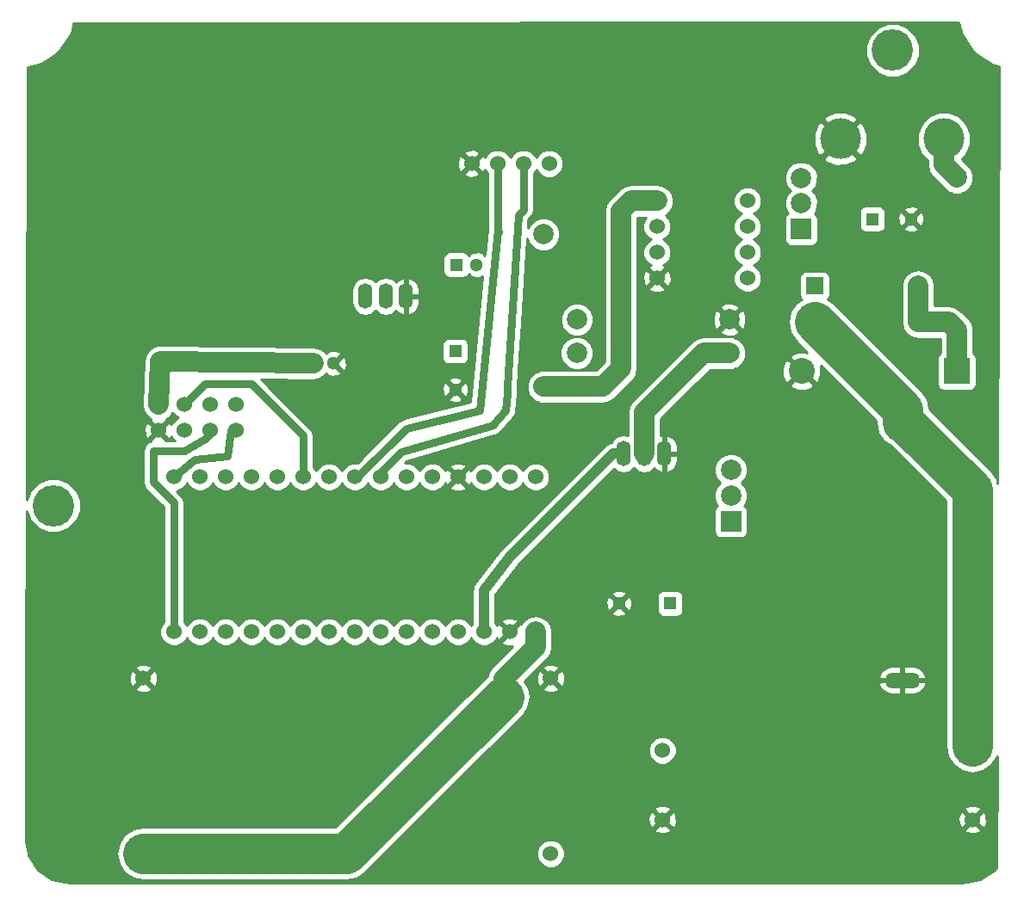
<source format=gtl>
G04 #@! TF.FileFunction,Copper,L1,Top,Signal*
%FSLAX46Y46*%
G04 Gerber Fmt 4.6, Leading zero omitted, Abs format (unit mm)*
G04 Created by KiCad (PCBNEW 4.0.4+dfsg1-stable) date Fri Oct 28 14:45:57 2016*
%MOMM*%
%LPD*%
G01*
G04 APERTURE LIST*
%ADD10C,0.200000*%
%ADD11C,1.524000*%
%ADD12R,1.300000X1.300000*%
%ADD13C,1.300000*%
%ADD14C,2.540000*%
%ADD15R,2.540000X2.540000*%
%ADD16C,1.699260*%
%ADD17R,1.699260X1.699260*%
%ADD18C,4.000500*%
%ADD19C,1.998980*%
%ADD20R,2.000000X2.000000*%
%ADD21C,2.000000*%
%ADD22C,4.064000*%
%ADD23O,1.400000X2.500000*%
%ADD24O,3.500000X1.524000*%
%ADD25C,4.000000*%
%ADD26C,2.000000*%
%ADD27C,0.500000*%
%ADD28C,1.000000*%
%ADD29C,0.750000*%
%ADD30C,0.254000*%
G04 APERTURE END LIST*
D10*
D11*
X44812000Y-69816000D03*
X44812000Y-67276000D03*
X47352000Y-69816000D03*
X47352000Y-67276000D03*
X49892000Y-69816000D03*
X49892000Y-67276000D03*
X52432000Y-69816000D03*
X52432000Y-67276000D03*
D12*
X60052000Y-63212000D03*
D13*
X62052000Y-63212000D03*
D12*
X74100000Y-53500000D03*
D13*
X76100000Y-53500000D03*
D12*
X115000000Y-49000000D03*
D13*
X118800000Y-49000000D03*
D12*
X95104000Y-86834000D03*
D13*
X90104000Y-86834000D03*
D14*
X108056780Y-63976960D03*
D15*
X123296780Y-63976960D03*
D16*
X119488520Y-59145460D03*
D17*
X109328520Y-59145460D03*
D16*
X119488520Y-55589460D03*
D17*
X109328520Y-55589460D03*
D11*
X93834000Y-47210000D03*
X93834000Y-49750000D03*
X93834000Y-52290000D03*
X93834000Y-54830000D03*
X102724000Y-54830000D03*
X102724000Y-52290000D03*
X102724000Y-49750000D03*
X102724000Y-47210000D03*
D18*
X111868000Y-41114000D03*
X122028000Y-41114000D03*
D19*
X123298000Y-44924000D03*
X123298000Y-59924000D03*
X82658000Y-65498000D03*
X82658000Y-50498000D03*
X85960000Y-58894000D03*
X100960000Y-58894000D03*
X100946000Y-62196000D03*
X85946000Y-62196000D03*
D11*
X83240000Y-43540000D03*
X80700000Y-43540000D03*
X78160000Y-43540000D03*
X75620000Y-43540000D03*
X46336000Y-89628000D03*
X48876000Y-89628000D03*
X51416000Y-89628000D03*
X53956000Y-89628000D03*
X56496000Y-89628000D03*
X59036000Y-89628000D03*
X61576000Y-89628000D03*
X64116000Y-89628000D03*
X66656000Y-89628000D03*
X69196000Y-89628000D03*
X71736000Y-89628000D03*
X74276000Y-89628000D03*
X76816000Y-89628000D03*
X79356000Y-89628000D03*
X81896000Y-89628000D03*
X81896000Y-74388000D03*
X79356000Y-74388000D03*
X76816000Y-74388000D03*
X74276000Y-74388000D03*
X71736000Y-74388000D03*
X69196000Y-74388000D03*
X66656000Y-74388000D03*
X64116000Y-74388000D03*
X61576000Y-74388000D03*
X59036000Y-74388000D03*
X56496000Y-74388000D03*
X53956000Y-74388000D03*
X51416000Y-74388000D03*
X48876000Y-74388000D03*
X46336000Y-74388000D03*
D12*
X74000000Y-62000000D03*
D13*
X74000000Y-65800000D03*
D20*
X101092000Y-78740000D03*
D21*
X101092000Y-76200000D03*
X101092000Y-73700000D03*
D20*
X108000000Y-50000000D03*
D21*
X108000000Y-47460000D03*
X108000000Y-44960000D03*
D22*
X34500000Y-77200000D03*
X117000000Y-32400000D03*
D23*
X67164000Y-56608000D03*
X69164000Y-56608000D03*
X65164000Y-56608000D03*
X92564000Y-72102000D03*
X90564000Y-72102000D03*
X94564000Y-72102000D03*
D24*
X117964000Y-67992000D03*
X117964000Y-94392000D03*
D11*
X83374000Y-111440000D03*
X83374000Y-94200000D03*
X43334000Y-94200000D03*
X43334000Y-111440000D03*
X124840000Y-101290000D03*
X124840000Y-108110000D03*
X94360000Y-108110000D03*
X94360000Y-101290000D03*
D25*
X124840000Y-100890000D02*
X124840000Y-99298000D01*
X117964000Y-68992000D02*
X117964000Y-67780940D01*
X124822000Y-75658000D02*
X124822000Y-99280000D01*
X118156000Y-68992000D02*
X124822000Y-75658000D01*
X117964000Y-68992000D02*
X118156000Y-68992000D01*
X124840000Y-99298000D02*
X124822000Y-99280000D01*
X117964000Y-67780940D02*
X109328520Y-59145460D01*
D26*
X60052000Y-63212000D02*
X45000000Y-63000000D01*
X45000000Y-63000000D02*
X44812000Y-67276000D01*
D27*
X83420000Y-43400000D02*
X83166000Y-43654000D01*
D26*
X123298000Y-59924000D02*
X123298000Y-63975740D01*
X123298000Y-63975740D02*
X123296780Y-63976960D01*
X119488520Y-59145460D02*
X122519460Y-59145460D01*
X122519460Y-59145460D02*
X123298000Y-59924000D01*
X119488520Y-55589460D02*
X119488520Y-59145460D01*
X93834000Y-47210000D02*
X91294000Y-47210000D01*
X88500000Y-65498000D02*
X82658000Y-65498000D01*
X90278000Y-63720000D02*
X88500000Y-65498000D01*
X90278000Y-48226000D02*
X90278000Y-63720000D01*
X91294000Y-47210000D02*
X90278000Y-48226000D01*
X122028000Y-41114000D02*
X122028000Y-43654000D01*
X122028000Y-43654000D02*
X123298000Y-44924000D01*
X92564000Y-72102000D02*
X92564000Y-68038000D01*
X98406000Y-62196000D02*
X100946000Y-62196000D01*
X92564000Y-68038000D02*
X98406000Y-62196000D01*
D28*
X90564000Y-72102000D02*
X89516000Y-72102000D01*
X76814125Y-85564118D02*
X76816000Y-89628000D01*
X79356000Y-82262000D02*
X76814125Y-85564118D01*
X89516000Y-72102000D02*
X79356000Y-82262000D01*
D29*
X80700000Y-43540000D02*
X80700000Y-48100000D01*
X78958571Y-67820189D02*
X77700000Y-69300000D01*
X79099329Y-66108167D02*
X78958571Y-67820189D01*
X79100000Y-65500000D02*
X79099329Y-66108167D01*
X80200000Y-48600000D02*
X79100000Y-65500000D01*
X80700000Y-48100000D02*
X80200000Y-48600000D01*
X66656000Y-74388000D02*
X66656000Y-73944000D01*
X66656000Y-73944000D02*
X68700000Y-71900000D01*
X68700000Y-71900000D02*
X77750000Y-69250000D01*
X78160000Y-43540000D02*
X78160000Y-49960000D01*
X78300000Y-50300000D02*
X78145122Y-50093902D01*
X78157993Y-50157993D02*
X78300000Y-50300000D01*
X78157993Y-50057993D02*
X78157993Y-50157993D01*
X78160000Y-49960000D02*
X78157993Y-50057993D01*
X64412000Y-74388000D02*
X69200000Y-69600000D01*
X69200000Y-69600000D02*
X76400000Y-67800000D01*
X78145122Y-50093902D02*
X76400000Y-67800000D01*
D27*
X64116000Y-74388000D02*
X64412000Y-74388000D01*
D29*
X49892000Y-69816000D02*
X49892000Y-70108000D01*
X49892000Y-70108000D02*
X49400000Y-70600000D01*
X46336000Y-89628000D02*
X46336000Y-76928000D01*
X46336000Y-76928000D02*
X44304000Y-74896000D01*
X44304000Y-74896000D02*
X44304000Y-71848000D01*
X44304000Y-71848000D02*
X47352000Y-71848000D01*
X47352000Y-71848000D02*
X49400000Y-70600000D01*
D26*
X81896000Y-89628000D02*
X81896000Y-91078000D01*
D25*
X63312000Y-111440000D02*
X78740000Y-96012000D01*
X63312000Y-111440000D02*
X43334000Y-111440000D01*
D26*
X78740000Y-94234000D02*
X78740000Y-96012000D01*
X81896000Y-91078000D02*
X78740000Y-94234000D01*
D29*
X47352000Y-67276000D02*
X49384000Y-65244000D01*
X49384000Y-65244000D02*
X53956000Y-65244000D01*
X53956000Y-65244000D02*
X59036000Y-70324000D01*
X59036000Y-70324000D02*
X59036000Y-74388000D01*
D27*
X52432000Y-69816000D02*
X51924000Y-69816000D01*
D29*
X51924000Y-69816000D02*
X51600000Y-72300000D01*
X48400000Y-72700000D02*
X46336000Y-74388000D01*
X51600000Y-72300000D02*
X48400000Y-72700000D01*
D30*
G36*
X123691856Y-30590200D02*
X123782019Y-30807871D01*
X123797871Y-30846141D01*
X124903411Y-32500700D01*
X125024154Y-32621442D01*
X125099300Y-32696588D01*
X126753859Y-33802129D01*
X126786758Y-33815756D01*
X127009800Y-33908144D01*
X127424543Y-33990641D01*
X127327996Y-75009451D01*
X127256423Y-74649629D01*
X127014315Y-74287289D01*
X126685227Y-73794774D01*
X120581025Y-67690573D01*
X120398423Y-66772569D01*
X119827226Y-65917714D01*
X111191746Y-57282234D01*
X110626973Y-56904864D01*
X110629591Y-56903180D01*
X110774581Y-56690980D01*
X110825590Y-56439090D01*
X110825590Y-55589460D01*
X117853520Y-55589460D01*
X117853520Y-59145460D01*
X117977977Y-59771147D01*
X118332400Y-60301580D01*
X118862833Y-60656003D01*
X119488520Y-60780460D01*
X121663000Y-60780460D01*
X121663000Y-62186462D01*
X121575339Y-62242870D01*
X121430349Y-62455070D01*
X121379340Y-62706960D01*
X121379340Y-65246960D01*
X121423618Y-65482277D01*
X121562690Y-65698401D01*
X121774890Y-65843391D01*
X122026780Y-65894400D01*
X124566780Y-65894400D01*
X124802097Y-65850122D01*
X125018221Y-65711050D01*
X125163211Y-65498850D01*
X125214220Y-65246960D01*
X125214220Y-62706960D01*
X125169942Y-62471643D01*
X125030870Y-62255519D01*
X124933000Y-62188647D01*
X124933000Y-59924005D01*
X124933001Y-59924000D01*
X124932493Y-59921449D01*
X124932774Y-59600306D01*
X124809054Y-59300880D01*
X124808543Y-59298312D01*
X124807101Y-59296154D01*
X124684462Y-58999345D01*
X124455577Y-58770060D01*
X124454120Y-58767880D01*
X124454117Y-58767878D01*
X123675580Y-57989340D01*
X123145148Y-57634917D01*
X122519460Y-57510459D01*
X122519455Y-57510460D01*
X121123520Y-57510460D01*
X121123520Y-55589460D01*
X120999063Y-54963773D01*
X120644640Y-54433340D01*
X120114207Y-54078917D01*
X119488520Y-53954460D01*
X118862833Y-54078917D01*
X118332400Y-54433340D01*
X117977977Y-54963773D01*
X117853520Y-55589460D01*
X110825590Y-55589460D01*
X110825590Y-54739830D01*
X110781312Y-54504513D01*
X110642240Y-54288389D01*
X110430040Y-54143399D01*
X110178150Y-54092390D01*
X108478890Y-54092390D01*
X108243573Y-54136668D01*
X108027449Y-54275740D01*
X107882459Y-54487940D01*
X107831450Y-54739830D01*
X107831450Y-56439090D01*
X107875728Y-56674407D01*
X108014800Y-56890531D01*
X108032954Y-56902935D01*
X107465294Y-57282234D01*
X106894097Y-58137089D01*
X106693521Y-59145460D01*
X106894097Y-60153831D01*
X107465294Y-61008686D01*
X108602526Y-62145918D01*
X108385744Y-62062699D01*
X107628148Y-62082524D01*
X107020300Y-62334303D01*
X106888608Y-62629183D01*
X108056780Y-63797355D01*
X108070923Y-63783213D01*
X108250528Y-63962818D01*
X108236385Y-63976960D01*
X109404557Y-65145132D01*
X109699437Y-65013440D01*
X109971041Y-64305924D01*
X109951216Y-63548328D01*
X109913230Y-63456622D01*
X115329000Y-68872392D01*
X115329000Y-68992000D01*
X115529577Y-70000371D01*
X116100774Y-70855226D01*
X116679401Y-71241853D01*
X122187000Y-76749453D01*
X122187000Y-99280000D01*
X122205000Y-99370492D01*
X122205000Y-100890000D01*
X122405577Y-101898371D01*
X122976774Y-102753226D01*
X123831629Y-103324423D01*
X124840000Y-103525000D01*
X125848371Y-103324423D01*
X126703226Y-102753226D01*
X127264673Y-101912963D01*
X127239141Y-112760475D01*
X127033786Y-113055137D01*
X125595434Y-113975947D01*
X123775164Y-114301061D01*
X123645027Y-114352000D01*
X36255259Y-114352000D01*
X36138514Y-114303642D01*
X34363610Y-113950592D01*
X32976349Y-113023654D01*
X32049408Y-111636390D01*
X32010344Y-111440000D01*
X40699000Y-111440000D01*
X40899577Y-112448371D01*
X41470774Y-113303226D01*
X42325629Y-113874423D01*
X43334000Y-114075000D01*
X63312000Y-114075000D01*
X64320371Y-113874423D01*
X65175226Y-113303226D01*
X66761791Y-111716661D01*
X81976758Y-111716661D01*
X82188990Y-112230303D01*
X82581630Y-112623629D01*
X83094900Y-112836757D01*
X83650661Y-112837242D01*
X84164303Y-112625010D01*
X84557629Y-112232370D01*
X84770757Y-111719100D01*
X84771242Y-111163339D01*
X84559010Y-110649697D01*
X84166370Y-110256371D01*
X83653100Y-110043243D01*
X83097339Y-110042758D01*
X82583697Y-110254990D01*
X82190371Y-110647630D01*
X81977243Y-111160900D01*
X81976758Y-111716661D01*
X66761791Y-111716661D01*
X69388239Y-109090213D01*
X93559392Y-109090213D01*
X93628857Y-109332397D01*
X94152302Y-109519144D01*
X94707368Y-109491362D01*
X95091143Y-109332397D01*
X95160608Y-109090213D01*
X124039392Y-109090213D01*
X124108857Y-109332397D01*
X124632302Y-109519144D01*
X125187368Y-109491362D01*
X125571143Y-109332397D01*
X125640608Y-109090213D01*
X124840000Y-108289605D01*
X124039392Y-109090213D01*
X95160608Y-109090213D01*
X94360000Y-108289605D01*
X93559392Y-109090213D01*
X69388239Y-109090213D01*
X70576150Y-107902302D01*
X92950856Y-107902302D01*
X92978638Y-108457368D01*
X93137603Y-108841143D01*
X93379787Y-108910608D01*
X94180395Y-108110000D01*
X94539605Y-108110000D01*
X95340213Y-108910608D01*
X95582397Y-108841143D01*
X95769144Y-108317698D01*
X95748353Y-107902302D01*
X123430856Y-107902302D01*
X123458638Y-108457368D01*
X123617603Y-108841143D01*
X123859787Y-108910608D01*
X124660395Y-108110000D01*
X125019605Y-108110000D01*
X125820213Y-108910608D01*
X126062397Y-108841143D01*
X126249144Y-108317698D01*
X126221362Y-107762632D01*
X126062397Y-107378857D01*
X125820213Y-107309392D01*
X125019605Y-108110000D01*
X124660395Y-108110000D01*
X123859787Y-107309392D01*
X123617603Y-107378857D01*
X123430856Y-107902302D01*
X95748353Y-107902302D01*
X95741362Y-107762632D01*
X95582397Y-107378857D01*
X95340213Y-107309392D01*
X94539605Y-108110000D01*
X94180395Y-108110000D01*
X93379787Y-107309392D01*
X93137603Y-107378857D01*
X92950856Y-107902302D01*
X70576150Y-107902302D01*
X71348665Y-107129787D01*
X93559392Y-107129787D01*
X94360000Y-107930395D01*
X95160608Y-107129787D01*
X124039392Y-107129787D01*
X124840000Y-107930395D01*
X125640608Y-107129787D01*
X125571143Y-106887603D01*
X125047698Y-106700856D01*
X124492632Y-106728638D01*
X124108857Y-106887603D01*
X124039392Y-107129787D01*
X95160608Y-107129787D01*
X95091143Y-106887603D01*
X94567698Y-106700856D01*
X94012632Y-106728638D01*
X93628857Y-106887603D01*
X93559392Y-107129787D01*
X71348665Y-107129787D01*
X76911791Y-101566661D01*
X92962758Y-101566661D01*
X93174990Y-102080303D01*
X93567630Y-102473629D01*
X94080900Y-102686757D01*
X94636661Y-102687242D01*
X95150303Y-102475010D01*
X95543629Y-102082370D01*
X95756757Y-101569100D01*
X95757242Y-101013339D01*
X95545010Y-100499697D01*
X95152370Y-100106371D01*
X94639100Y-99893243D01*
X94083339Y-99892758D01*
X93569697Y-100104990D01*
X93176371Y-100497630D01*
X92963243Y-101010900D01*
X92962758Y-101566661D01*
X76911791Y-101566661D01*
X80603226Y-97875226D01*
X81174423Y-97020371D01*
X81375000Y-96012000D01*
X81209548Y-95180213D01*
X82573392Y-95180213D01*
X82642857Y-95422397D01*
X83166302Y-95609144D01*
X83721368Y-95581362D01*
X84105143Y-95422397D01*
X84174608Y-95180213D01*
X83374000Y-94379605D01*
X82573392Y-95180213D01*
X81209548Y-95180213D01*
X81174423Y-95003629D01*
X80817213Y-94469027D01*
X81293938Y-93992302D01*
X81964856Y-93992302D01*
X81992638Y-94547368D01*
X82151603Y-94931143D01*
X82393787Y-95000608D01*
X83194395Y-94200000D01*
X83553605Y-94200000D01*
X84354213Y-95000608D01*
X84596397Y-94931143D01*
X84666349Y-94735070D01*
X115621780Y-94735070D01*
X115636740Y-94809277D01*
X115898370Y-95290026D01*
X116324059Y-95634059D01*
X116849000Y-95789000D01*
X117837000Y-95789000D01*
X117837000Y-94519000D01*
X118091000Y-94519000D01*
X118091000Y-95789000D01*
X119079000Y-95789000D01*
X119603941Y-95634059D01*
X120029630Y-95290026D01*
X120291260Y-94809277D01*
X120306220Y-94735070D01*
X120183720Y-94519000D01*
X118091000Y-94519000D01*
X117837000Y-94519000D01*
X115744280Y-94519000D01*
X115621780Y-94735070D01*
X84666349Y-94735070D01*
X84783144Y-94407698D01*
X84765188Y-94048930D01*
X115621780Y-94048930D01*
X115744280Y-94265000D01*
X117837000Y-94265000D01*
X117837000Y-92995000D01*
X118091000Y-92995000D01*
X118091000Y-94265000D01*
X120183720Y-94265000D01*
X120306220Y-94048930D01*
X120291260Y-93974723D01*
X120029630Y-93493974D01*
X119603941Y-93149941D01*
X119079000Y-92995000D01*
X118091000Y-92995000D01*
X117837000Y-92995000D01*
X116849000Y-92995000D01*
X116324059Y-93149941D01*
X115898370Y-93493974D01*
X115636740Y-93974723D01*
X115621780Y-94048930D01*
X84765188Y-94048930D01*
X84755362Y-93852632D01*
X84596397Y-93468857D01*
X84354213Y-93399392D01*
X83553605Y-94200000D01*
X83194395Y-94200000D01*
X82393787Y-93399392D01*
X82151603Y-93468857D01*
X81964856Y-93992302D01*
X81293938Y-93992302D01*
X82066453Y-93219787D01*
X82573392Y-93219787D01*
X83374000Y-94020395D01*
X84174608Y-93219787D01*
X84105143Y-92977603D01*
X83581698Y-92790856D01*
X83026632Y-92818638D01*
X82642857Y-92977603D01*
X82573392Y-93219787D01*
X82066453Y-93219787D01*
X83052120Y-92234120D01*
X83406543Y-91703688D01*
X83531001Y-91078000D01*
X83531000Y-91077995D01*
X83531000Y-89628000D01*
X83406543Y-89002313D01*
X83052120Y-88471880D01*
X82521687Y-88117457D01*
X81896000Y-87993000D01*
X81270313Y-88117457D01*
X80739880Y-88471880D01*
X80475618Y-88867377D01*
X80336213Y-88827392D01*
X79535605Y-89628000D01*
X79549748Y-89642143D01*
X79370143Y-89821748D01*
X79356000Y-89807605D01*
X78555392Y-90608213D01*
X78624857Y-90850397D01*
X79148302Y-91037144D01*
X79649712Y-91012048D01*
X77583880Y-93077880D01*
X77229457Y-93608312D01*
X77159533Y-93959840D01*
X76876774Y-94148774D01*
X62220548Y-108805000D01*
X43334000Y-108805000D01*
X42325629Y-109005577D01*
X41470774Y-109576774D01*
X40899577Y-110431629D01*
X40699000Y-111440000D01*
X32010344Y-111440000D01*
X31769337Y-110228379D01*
X31804756Y-95180213D01*
X42533392Y-95180213D01*
X42602857Y-95422397D01*
X43126302Y-95609144D01*
X43681368Y-95581362D01*
X44065143Y-95422397D01*
X44134608Y-95180213D01*
X43334000Y-94379605D01*
X42533392Y-95180213D01*
X31804756Y-95180213D01*
X31807552Y-93992302D01*
X41924856Y-93992302D01*
X41952638Y-94547368D01*
X42111603Y-94931143D01*
X42353787Y-95000608D01*
X43154395Y-94200000D01*
X43513605Y-94200000D01*
X44314213Y-95000608D01*
X44556397Y-94931143D01*
X44743144Y-94407698D01*
X44715362Y-93852632D01*
X44556397Y-93468857D01*
X44314213Y-93399392D01*
X43513605Y-94200000D01*
X43154395Y-94200000D01*
X42353787Y-93399392D01*
X42111603Y-93468857D01*
X41924856Y-93992302D01*
X31807552Y-93992302D01*
X31809370Y-93219787D01*
X42533392Y-93219787D01*
X43334000Y-94020395D01*
X44134608Y-93219787D01*
X44065143Y-92977603D01*
X43541698Y-92790856D01*
X42986632Y-92818638D01*
X42602857Y-92977603D01*
X42533392Y-93219787D01*
X31809370Y-93219787D01*
X31845758Y-77760168D01*
X32237709Y-78708761D01*
X32987293Y-79459655D01*
X33967173Y-79866536D01*
X35028172Y-79867462D01*
X36008761Y-79462291D01*
X36759655Y-78712707D01*
X37166536Y-77732827D01*
X37167462Y-76671828D01*
X36762291Y-75691239D01*
X36012707Y-74940345D01*
X35032827Y-74533464D01*
X33971828Y-74532538D01*
X32991239Y-74937709D01*
X32240345Y-75687293D01*
X31848416Y-76631165D01*
X31864945Y-69608302D01*
X43402856Y-69608302D01*
X43430638Y-70163368D01*
X43589603Y-70547143D01*
X43831787Y-70616608D01*
X44632395Y-69816000D01*
X43831787Y-69015392D01*
X43589603Y-69084857D01*
X43402856Y-69608302D01*
X31864945Y-69608302D01*
X31870604Y-67204184D01*
X43178578Y-67204184D01*
X43275432Y-67834734D01*
X43606215Y-68380223D01*
X44048900Y-68705020D01*
X44011392Y-68835787D01*
X44812000Y-69636395D01*
X45612608Y-68835787D01*
X45571098Y-68691068D01*
X45916223Y-68481785D01*
X46198155Y-68097523D01*
X46559630Y-68459629D01*
X46767512Y-68545949D01*
X46561697Y-68630990D01*
X46168371Y-69023630D01*
X46088605Y-69215727D01*
X46034397Y-69084857D01*
X45792213Y-69015392D01*
X44991605Y-69816000D01*
X45792213Y-70616608D01*
X46034397Y-70547143D01*
X46084509Y-70406682D01*
X46166990Y-70606303D01*
X46398283Y-70838000D01*
X45600622Y-70838000D01*
X45612608Y-70796213D01*
X44812000Y-69995605D01*
X44011392Y-70796213D01*
X44038524Y-70890807D01*
X43917490Y-70914882D01*
X43589822Y-71133822D01*
X43370882Y-71461490D01*
X43294000Y-71848000D01*
X43294000Y-74896000D01*
X43370882Y-75282510D01*
X43589822Y-75610178D01*
X45326000Y-77346356D01*
X45326000Y-88662304D01*
X45152371Y-88835630D01*
X44939243Y-89348900D01*
X44938758Y-89904661D01*
X45150990Y-90418303D01*
X45543630Y-90811629D01*
X46056900Y-91024757D01*
X46612661Y-91025242D01*
X47126303Y-90813010D01*
X47519629Y-90420370D01*
X47605949Y-90212488D01*
X47690990Y-90418303D01*
X48083630Y-90811629D01*
X48596900Y-91024757D01*
X49152661Y-91025242D01*
X49666303Y-90813010D01*
X50059629Y-90420370D01*
X50145949Y-90212488D01*
X50230990Y-90418303D01*
X50623630Y-90811629D01*
X51136900Y-91024757D01*
X51692661Y-91025242D01*
X52206303Y-90813010D01*
X52599629Y-90420370D01*
X52685949Y-90212488D01*
X52770990Y-90418303D01*
X53163630Y-90811629D01*
X53676900Y-91024757D01*
X54232661Y-91025242D01*
X54746303Y-90813010D01*
X55139629Y-90420370D01*
X55225949Y-90212488D01*
X55310990Y-90418303D01*
X55703630Y-90811629D01*
X56216900Y-91024757D01*
X56772661Y-91025242D01*
X57286303Y-90813010D01*
X57679629Y-90420370D01*
X57765949Y-90212488D01*
X57850990Y-90418303D01*
X58243630Y-90811629D01*
X58756900Y-91024757D01*
X59312661Y-91025242D01*
X59826303Y-90813010D01*
X60219629Y-90420370D01*
X60305949Y-90212488D01*
X60390990Y-90418303D01*
X60783630Y-90811629D01*
X61296900Y-91024757D01*
X61852661Y-91025242D01*
X62366303Y-90813010D01*
X62759629Y-90420370D01*
X62845949Y-90212488D01*
X62930990Y-90418303D01*
X63323630Y-90811629D01*
X63836900Y-91024757D01*
X64392661Y-91025242D01*
X64906303Y-90813010D01*
X65299629Y-90420370D01*
X65385949Y-90212488D01*
X65470990Y-90418303D01*
X65863630Y-90811629D01*
X66376900Y-91024757D01*
X66932661Y-91025242D01*
X67446303Y-90813010D01*
X67839629Y-90420370D01*
X67925949Y-90212488D01*
X68010990Y-90418303D01*
X68403630Y-90811629D01*
X68916900Y-91024757D01*
X69472661Y-91025242D01*
X69986303Y-90813010D01*
X70379629Y-90420370D01*
X70465949Y-90212488D01*
X70550990Y-90418303D01*
X70943630Y-90811629D01*
X71456900Y-91024757D01*
X72012661Y-91025242D01*
X72526303Y-90813010D01*
X72919629Y-90420370D01*
X73005949Y-90212488D01*
X73090990Y-90418303D01*
X73483630Y-90811629D01*
X73996900Y-91024757D01*
X74552661Y-91025242D01*
X75066303Y-90813010D01*
X75459629Y-90420370D01*
X75545949Y-90212488D01*
X75630990Y-90418303D01*
X76023630Y-90811629D01*
X76536900Y-91024757D01*
X77092661Y-91025242D01*
X77606303Y-90813010D01*
X77999629Y-90420370D01*
X78079395Y-90228273D01*
X78133603Y-90359143D01*
X78375787Y-90428608D01*
X79176395Y-89628000D01*
X78375787Y-88827392D01*
X78133603Y-88896857D01*
X78083491Y-89037318D01*
X78001010Y-88837697D01*
X77950612Y-88787211D01*
X77950548Y-88647787D01*
X78555392Y-88647787D01*
X79356000Y-89448395D01*
X80156608Y-88647787D01*
X80087143Y-88405603D01*
X79563698Y-88218856D01*
X79008632Y-88246638D01*
X78624857Y-88405603D01*
X78555392Y-88647787D01*
X77950548Y-88647787D01*
X77950127Y-87733016D01*
X89384590Y-87733016D01*
X89440271Y-87963611D01*
X89923078Y-88131622D01*
X90433428Y-88102083D01*
X90767729Y-87963611D01*
X90823410Y-87733016D01*
X90104000Y-87013605D01*
X89384590Y-87733016D01*
X77950127Y-87733016D01*
X77949628Y-86653078D01*
X88806378Y-86653078D01*
X88835917Y-87163428D01*
X88974389Y-87497729D01*
X89204984Y-87553410D01*
X89924395Y-86834000D01*
X90283605Y-86834000D01*
X91003016Y-87553410D01*
X91233611Y-87497729D01*
X91401622Y-87014922D01*
X91372083Y-86504572D01*
X91239298Y-86184000D01*
X93806560Y-86184000D01*
X93806560Y-87484000D01*
X93850838Y-87719317D01*
X93989910Y-87935441D01*
X94202110Y-88080431D01*
X94454000Y-88131440D01*
X95754000Y-88131440D01*
X95989317Y-88087162D01*
X96205441Y-87948090D01*
X96350431Y-87735890D01*
X96401440Y-87484000D01*
X96401440Y-86184000D01*
X96357162Y-85948683D01*
X96218090Y-85732559D01*
X96005890Y-85587569D01*
X95754000Y-85536560D01*
X94454000Y-85536560D01*
X94218683Y-85580838D01*
X94002559Y-85719910D01*
X93857569Y-85932110D01*
X93806560Y-86184000D01*
X91239298Y-86184000D01*
X91233611Y-86170271D01*
X91003016Y-86114590D01*
X90283605Y-86834000D01*
X89924395Y-86834000D01*
X89204984Y-86114590D01*
X88974389Y-86170271D01*
X88806378Y-86653078D01*
X77949628Y-86653078D01*
X77949303Y-85950139D01*
X77960968Y-85934984D01*
X89384590Y-85934984D01*
X90104000Y-86654395D01*
X90823410Y-85934984D01*
X90767729Y-85704389D01*
X90284922Y-85536378D01*
X89774572Y-85565917D01*
X89440271Y-85704389D01*
X89384590Y-85934984D01*
X77960968Y-85934984D01*
X80210550Y-83012582D01*
X85483132Y-77740000D01*
X99444560Y-77740000D01*
X99444560Y-79740000D01*
X99488838Y-79975317D01*
X99627910Y-80191441D01*
X99840110Y-80336431D01*
X100092000Y-80387440D01*
X102092000Y-80387440D01*
X102327317Y-80343162D01*
X102543441Y-80204090D01*
X102688431Y-79991890D01*
X102739440Y-79740000D01*
X102739440Y-77740000D01*
X102695162Y-77504683D01*
X102556090Y-77288559D01*
X102413439Y-77191090D01*
X102477278Y-77127363D01*
X102726716Y-76526648D01*
X102727284Y-75876205D01*
X102478894Y-75275057D01*
X102154241Y-74949836D01*
X102477278Y-74627363D01*
X102726716Y-74026648D01*
X102727284Y-73376205D01*
X102478894Y-72775057D01*
X102019363Y-72314722D01*
X101418648Y-72065284D01*
X100768205Y-72064716D01*
X100167057Y-72313106D01*
X99706722Y-72772637D01*
X99457284Y-73373352D01*
X99456716Y-74023795D01*
X99705106Y-74624943D01*
X100029759Y-74950164D01*
X99706722Y-75272637D01*
X99457284Y-75873352D01*
X99456716Y-76523795D01*
X99705106Y-77124943D01*
X99771621Y-77191574D01*
X99640559Y-77275910D01*
X99495569Y-77488110D01*
X99444560Y-77740000D01*
X85483132Y-77740000D01*
X89608077Y-73615055D01*
X89620012Y-73632917D01*
X90053118Y-73922308D01*
X90564000Y-74023929D01*
X91074882Y-73922308D01*
X91507988Y-73632917D01*
X91564000Y-73549089D01*
X91620012Y-73632917D01*
X92053118Y-73922308D01*
X92564000Y-74023929D01*
X93074882Y-73922308D01*
X93507988Y-73632917D01*
X93579490Y-73525906D01*
X93709815Y-73685790D01*
X94170450Y-73933980D01*
X94230671Y-73944716D01*
X94437000Y-73821374D01*
X94437000Y-72229000D01*
X94691000Y-72229000D01*
X94691000Y-73821374D01*
X94897329Y-73944716D01*
X94957550Y-73933980D01*
X95418185Y-73685790D01*
X95748778Y-73280215D01*
X95899000Y-72779000D01*
X95899000Y-72229000D01*
X94691000Y-72229000D01*
X94437000Y-72229000D01*
X94417000Y-72229000D01*
X94417000Y-71975000D01*
X94437000Y-71975000D01*
X94437000Y-70382626D01*
X94691000Y-70382626D01*
X94691000Y-71975000D01*
X95899000Y-71975000D01*
X95899000Y-71425000D01*
X95748778Y-70923785D01*
X95418185Y-70518210D01*
X94957550Y-70270020D01*
X94897329Y-70259284D01*
X94691000Y-70382626D01*
X94437000Y-70382626D01*
X94230671Y-70259284D01*
X94199000Y-70264930D01*
X94199000Y-68715240D01*
X97589502Y-65324737D01*
X106888608Y-65324737D01*
X107020300Y-65619617D01*
X107727816Y-65891221D01*
X108485412Y-65871396D01*
X109093260Y-65619617D01*
X109224952Y-65324737D01*
X108056780Y-64156565D01*
X106888608Y-65324737D01*
X97589502Y-65324737D01*
X99083239Y-63831000D01*
X100946000Y-63831000D01*
X100948546Y-63830493D01*
X101269694Y-63830774D01*
X101569120Y-63707054D01*
X101571687Y-63706543D01*
X101573844Y-63705102D01*
X101712050Y-63647996D01*
X106142519Y-63647996D01*
X106162344Y-64405592D01*
X106414123Y-65013440D01*
X106709003Y-65145132D01*
X107877175Y-63976960D01*
X106709003Y-62808788D01*
X106414123Y-62940480D01*
X106142519Y-63647996D01*
X101712050Y-63647996D01*
X101870655Y-63582462D01*
X102099940Y-63353577D01*
X102102120Y-63352120D01*
X102103564Y-63349959D01*
X102330846Y-63123073D01*
X102455088Y-62823864D01*
X102456543Y-62821687D01*
X102457049Y-62819141D01*
X102580206Y-62522547D01*
X102580489Y-62198569D01*
X102581000Y-62196000D01*
X102580493Y-62193454D01*
X102580774Y-61872306D01*
X102457054Y-61572880D01*
X102456543Y-61570313D01*
X102455102Y-61568156D01*
X102332462Y-61271345D01*
X102103577Y-61042060D01*
X102102120Y-61039880D01*
X102099959Y-61038436D01*
X101873073Y-60811154D01*
X101573864Y-60686912D01*
X101571687Y-60685457D01*
X101569141Y-60684951D01*
X101272547Y-60561794D01*
X100948569Y-60561511D01*
X100946000Y-60561000D01*
X98406005Y-60561000D01*
X98406000Y-60560999D01*
X97780313Y-60685457D01*
X97249880Y-61039880D01*
X97249878Y-61039883D01*
X91407880Y-66881880D01*
X91053457Y-67412312D01*
X90928999Y-68038000D01*
X90929000Y-68038005D01*
X90929000Y-70252674D01*
X90564000Y-70180071D01*
X90053118Y-70281692D01*
X89620012Y-70571083D01*
X89330864Y-71003826D01*
X89081654Y-71053397D01*
X88776764Y-71257118D01*
X88713434Y-71299434D01*
X78553434Y-81459434D01*
X78512320Y-81520965D01*
X78456607Y-81569673D01*
X75914732Y-84871791D01*
X75848368Y-85005845D01*
X75765322Y-85130256D01*
X75750969Y-85202588D01*
X75718252Y-85268675D01*
X75708240Y-85417920D01*
X75679125Y-85564642D01*
X75680612Y-88787473D01*
X75632371Y-88835630D01*
X75546051Y-89043512D01*
X75461010Y-88837697D01*
X75068370Y-88444371D01*
X74555100Y-88231243D01*
X73999339Y-88230758D01*
X73485697Y-88442990D01*
X73092371Y-88835630D01*
X73006051Y-89043512D01*
X72921010Y-88837697D01*
X72528370Y-88444371D01*
X72015100Y-88231243D01*
X71459339Y-88230758D01*
X70945697Y-88442990D01*
X70552371Y-88835630D01*
X70466051Y-89043512D01*
X70381010Y-88837697D01*
X69988370Y-88444371D01*
X69475100Y-88231243D01*
X68919339Y-88230758D01*
X68405697Y-88442990D01*
X68012371Y-88835630D01*
X67926051Y-89043512D01*
X67841010Y-88837697D01*
X67448370Y-88444371D01*
X66935100Y-88231243D01*
X66379339Y-88230758D01*
X65865697Y-88442990D01*
X65472371Y-88835630D01*
X65386051Y-89043512D01*
X65301010Y-88837697D01*
X64908370Y-88444371D01*
X64395100Y-88231243D01*
X63839339Y-88230758D01*
X63325697Y-88442990D01*
X62932371Y-88835630D01*
X62846051Y-89043512D01*
X62761010Y-88837697D01*
X62368370Y-88444371D01*
X61855100Y-88231243D01*
X61299339Y-88230758D01*
X60785697Y-88442990D01*
X60392371Y-88835630D01*
X60306051Y-89043512D01*
X60221010Y-88837697D01*
X59828370Y-88444371D01*
X59315100Y-88231243D01*
X58759339Y-88230758D01*
X58245697Y-88442990D01*
X57852371Y-88835630D01*
X57766051Y-89043512D01*
X57681010Y-88837697D01*
X57288370Y-88444371D01*
X56775100Y-88231243D01*
X56219339Y-88230758D01*
X55705697Y-88442990D01*
X55312371Y-88835630D01*
X55226051Y-89043512D01*
X55141010Y-88837697D01*
X54748370Y-88444371D01*
X54235100Y-88231243D01*
X53679339Y-88230758D01*
X53165697Y-88442990D01*
X52772371Y-88835630D01*
X52686051Y-89043512D01*
X52601010Y-88837697D01*
X52208370Y-88444371D01*
X51695100Y-88231243D01*
X51139339Y-88230758D01*
X50625697Y-88442990D01*
X50232371Y-88835630D01*
X50146051Y-89043512D01*
X50061010Y-88837697D01*
X49668370Y-88444371D01*
X49155100Y-88231243D01*
X48599339Y-88230758D01*
X48085697Y-88442990D01*
X47692371Y-88835630D01*
X47606051Y-89043512D01*
X47521010Y-88837697D01*
X47346000Y-88662381D01*
X47346000Y-76928000D01*
X47269118Y-76541490D01*
X47050178Y-76213822D01*
X46618985Y-75782629D01*
X47126303Y-75573010D01*
X47519629Y-75180370D01*
X47605949Y-74972488D01*
X47690990Y-75178303D01*
X48083630Y-75571629D01*
X48596900Y-75784757D01*
X49152661Y-75785242D01*
X49666303Y-75573010D01*
X50059629Y-75180370D01*
X50145949Y-74972488D01*
X50230990Y-75178303D01*
X50623630Y-75571629D01*
X51136900Y-75784757D01*
X51692661Y-75785242D01*
X52206303Y-75573010D01*
X52599629Y-75180370D01*
X52685949Y-74972488D01*
X52770990Y-75178303D01*
X53163630Y-75571629D01*
X53676900Y-75784757D01*
X54232661Y-75785242D01*
X54746303Y-75573010D01*
X55139629Y-75180370D01*
X55225949Y-74972488D01*
X55310990Y-75178303D01*
X55703630Y-75571629D01*
X56216900Y-75784757D01*
X56772661Y-75785242D01*
X57286303Y-75573010D01*
X57679629Y-75180370D01*
X57765949Y-74972488D01*
X57850990Y-75178303D01*
X58243630Y-75571629D01*
X58756900Y-75784757D01*
X59312661Y-75785242D01*
X59826303Y-75573010D01*
X60219629Y-75180370D01*
X60305949Y-74972488D01*
X60390990Y-75178303D01*
X60783630Y-75571629D01*
X61296900Y-75784757D01*
X61852661Y-75785242D01*
X62366303Y-75573010D01*
X62759629Y-75180370D01*
X62845949Y-74972488D01*
X62930990Y-75178303D01*
X63323630Y-75571629D01*
X63836900Y-75784757D01*
X64392661Y-75785242D01*
X64906303Y-75573010D01*
X65299629Y-75180370D01*
X65385949Y-74972488D01*
X65470990Y-75178303D01*
X65863630Y-75571629D01*
X66376900Y-75784757D01*
X66932661Y-75785242D01*
X67446303Y-75573010D01*
X67839629Y-75180370D01*
X67925949Y-74972488D01*
X68010990Y-75178303D01*
X68403630Y-75571629D01*
X68916900Y-75784757D01*
X69472661Y-75785242D01*
X69986303Y-75573010D01*
X70379629Y-75180370D01*
X70465949Y-74972488D01*
X70550990Y-75178303D01*
X70943630Y-75571629D01*
X71456900Y-75784757D01*
X72012661Y-75785242D01*
X72526303Y-75573010D01*
X72731457Y-75368213D01*
X73475392Y-75368213D01*
X73544857Y-75610397D01*
X74068302Y-75797144D01*
X74623368Y-75769362D01*
X75007143Y-75610397D01*
X75076608Y-75368213D01*
X74276000Y-74567605D01*
X73475392Y-75368213D01*
X72731457Y-75368213D01*
X72919629Y-75180370D01*
X72999395Y-74988273D01*
X73053603Y-75119143D01*
X73295787Y-75188608D01*
X74096395Y-74388000D01*
X74455605Y-74388000D01*
X75256213Y-75188608D01*
X75498397Y-75119143D01*
X75548509Y-74978682D01*
X75630990Y-75178303D01*
X76023630Y-75571629D01*
X76536900Y-75784757D01*
X77092661Y-75785242D01*
X77606303Y-75573010D01*
X77999629Y-75180370D01*
X78085949Y-74972488D01*
X78170990Y-75178303D01*
X78563630Y-75571629D01*
X79076900Y-75784757D01*
X79632661Y-75785242D01*
X80146303Y-75573010D01*
X80539629Y-75180370D01*
X80625949Y-74972488D01*
X80710990Y-75178303D01*
X81103630Y-75571629D01*
X81616900Y-75784757D01*
X82172661Y-75785242D01*
X82686303Y-75573010D01*
X83079629Y-75180370D01*
X83292757Y-74667100D01*
X83293242Y-74111339D01*
X83081010Y-73597697D01*
X82688370Y-73204371D01*
X82175100Y-72991243D01*
X81619339Y-72990758D01*
X81105697Y-73202990D01*
X80712371Y-73595630D01*
X80626051Y-73803512D01*
X80541010Y-73597697D01*
X80148370Y-73204371D01*
X79635100Y-72991243D01*
X79079339Y-72990758D01*
X78565697Y-73202990D01*
X78172371Y-73595630D01*
X78086051Y-73803512D01*
X78001010Y-73597697D01*
X77608370Y-73204371D01*
X77095100Y-72991243D01*
X76539339Y-72990758D01*
X76025697Y-73202990D01*
X75632371Y-73595630D01*
X75552605Y-73787727D01*
X75498397Y-73656857D01*
X75256213Y-73587392D01*
X74455605Y-74388000D01*
X74096395Y-74388000D01*
X73295787Y-73587392D01*
X73053603Y-73656857D01*
X73003491Y-73797318D01*
X72921010Y-73597697D01*
X72731432Y-73407787D01*
X73475392Y-73407787D01*
X74276000Y-74208395D01*
X75076608Y-73407787D01*
X75007143Y-73165603D01*
X74483698Y-72978856D01*
X73928632Y-73006638D01*
X73544857Y-73165603D01*
X73475392Y-73407787D01*
X72731432Y-73407787D01*
X72528370Y-73204371D01*
X72015100Y-72991243D01*
X71459339Y-72990758D01*
X70945697Y-73202990D01*
X70552371Y-73595630D01*
X70466051Y-73803512D01*
X70381010Y-73597697D01*
X69988370Y-73204371D01*
X69475100Y-72991243D01*
X69037495Y-72990861D01*
X69231611Y-72796745D01*
X77748369Y-70302888D01*
X77781335Y-70306720D01*
X78160399Y-70198962D01*
X78330118Y-70064594D01*
X78383157Y-70036900D01*
X78418631Y-69994517D01*
X78469371Y-69954346D01*
X79727942Y-68474535D01*
X79784560Y-68372942D01*
X79856880Y-68281860D01*
X79879577Y-68202446D01*
X79919784Y-68130300D01*
X79933214Y-68014777D01*
X79965175Y-67902949D01*
X80105933Y-66190927D01*
X80101215Y-66149835D01*
X80109328Y-66109281D01*
X80109963Y-65533393D01*
X80112266Y-65498000D01*
X81023000Y-65498000D01*
X81023507Y-65500546D01*
X81023226Y-65821694D01*
X81146946Y-66121120D01*
X81147457Y-66123687D01*
X81148898Y-66125844D01*
X81271538Y-66422655D01*
X81500423Y-66651940D01*
X81501880Y-66654120D01*
X81504041Y-66655564D01*
X81730927Y-66882846D01*
X82030136Y-67007088D01*
X82032313Y-67008543D01*
X82034859Y-67009049D01*
X82331453Y-67132206D01*
X82655431Y-67132489D01*
X82658000Y-67133000D01*
X88499995Y-67133000D01*
X88500000Y-67133001D01*
X89125688Y-67008543D01*
X89656120Y-66654120D01*
X91434117Y-64876122D01*
X91434120Y-64876120D01*
X91788543Y-64345687D01*
X91829512Y-64139724D01*
X91913001Y-63720000D01*
X91913000Y-63719995D01*
X91913000Y-60046163D01*
X99987443Y-60046163D01*
X100086042Y-60312965D01*
X100695582Y-60539401D01*
X101345377Y-60515341D01*
X101833958Y-60312965D01*
X101932557Y-60046163D01*
X100960000Y-59073605D01*
X99987443Y-60046163D01*
X91913000Y-60046163D01*
X91913000Y-58629582D01*
X99314599Y-58629582D01*
X99338659Y-59279377D01*
X99541035Y-59767958D01*
X99807837Y-59866557D01*
X100780395Y-58894000D01*
X101139605Y-58894000D01*
X102112163Y-59866557D01*
X102378965Y-59767958D01*
X102605401Y-59158418D01*
X102581341Y-58508623D01*
X102378965Y-58020042D01*
X102112163Y-57921443D01*
X101139605Y-58894000D01*
X100780395Y-58894000D01*
X99807837Y-57921443D01*
X99541035Y-58020042D01*
X99314599Y-58629582D01*
X91913000Y-58629582D01*
X91913000Y-57741837D01*
X99987443Y-57741837D01*
X100960000Y-58714395D01*
X101932557Y-57741837D01*
X101833958Y-57475035D01*
X101224418Y-57248599D01*
X100574623Y-57272659D01*
X100086042Y-57475035D01*
X99987443Y-57741837D01*
X91913000Y-57741837D01*
X91913000Y-55810213D01*
X93033392Y-55810213D01*
X93102857Y-56052397D01*
X93626302Y-56239144D01*
X94181368Y-56211362D01*
X94565143Y-56052397D01*
X94634608Y-55810213D01*
X93834000Y-55009605D01*
X93033392Y-55810213D01*
X91913000Y-55810213D01*
X91913000Y-54622302D01*
X92424856Y-54622302D01*
X92452638Y-55177368D01*
X92611603Y-55561143D01*
X92853787Y-55630608D01*
X93654395Y-54830000D01*
X94013605Y-54830000D01*
X94814213Y-55630608D01*
X95056397Y-55561143D01*
X95243144Y-55037698D01*
X95215362Y-54482632D01*
X95056397Y-54098857D01*
X94814213Y-54029392D01*
X94013605Y-54830000D01*
X93654395Y-54830000D01*
X92853787Y-54029392D01*
X92611603Y-54098857D01*
X92424856Y-54622302D01*
X91913000Y-54622302D01*
X91913000Y-48903240D01*
X91971240Y-48845000D01*
X92763198Y-48845000D01*
X92650371Y-48957630D01*
X92437243Y-49470900D01*
X92436758Y-50026661D01*
X92648990Y-50540303D01*
X93041630Y-50933629D01*
X93249512Y-51019949D01*
X93043697Y-51104990D01*
X92650371Y-51497630D01*
X92437243Y-52010900D01*
X92436758Y-52566661D01*
X92648990Y-53080303D01*
X93041630Y-53473629D01*
X93233727Y-53553395D01*
X93102857Y-53607603D01*
X93033392Y-53849787D01*
X93834000Y-54650395D01*
X94634608Y-53849787D01*
X94565143Y-53607603D01*
X94424682Y-53557491D01*
X94624303Y-53475010D01*
X95017629Y-53082370D01*
X95230757Y-52569100D01*
X95231242Y-52013339D01*
X95019010Y-51499697D01*
X94626370Y-51106371D01*
X94418488Y-51020051D01*
X94624303Y-50935010D01*
X95017629Y-50542370D01*
X95230757Y-50029100D01*
X95231242Y-49473339D01*
X95019010Y-48959697D01*
X94651999Y-48592045D01*
X94990120Y-48366120D01*
X95344543Y-47835687D01*
X95413968Y-47486661D01*
X101326758Y-47486661D01*
X101538990Y-48000303D01*
X101931630Y-48393629D01*
X102139512Y-48479949D01*
X101933697Y-48564990D01*
X101540371Y-48957630D01*
X101327243Y-49470900D01*
X101326758Y-50026661D01*
X101538990Y-50540303D01*
X101931630Y-50933629D01*
X102139512Y-51019949D01*
X101933697Y-51104990D01*
X101540371Y-51497630D01*
X101327243Y-52010900D01*
X101326758Y-52566661D01*
X101538990Y-53080303D01*
X101931630Y-53473629D01*
X102139512Y-53559949D01*
X101933697Y-53644990D01*
X101540371Y-54037630D01*
X101327243Y-54550900D01*
X101326758Y-55106661D01*
X101538990Y-55620303D01*
X101931630Y-56013629D01*
X102444900Y-56226757D01*
X103000661Y-56227242D01*
X103514303Y-56015010D01*
X103907629Y-55622370D01*
X104120757Y-55109100D01*
X104121242Y-54553339D01*
X103909010Y-54039697D01*
X103516370Y-53646371D01*
X103308488Y-53560051D01*
X103514303Y-53475010D01*
X103907629Y-53082370D01*
X104120757Y-52569100D01*
X104121242Y-52013339D01*
X103909010Y-51499697D01*
X103516370Y-51106371D01*
X103308488Y-51020051D01*
X103514303Y-50935010D01*
X103907629Y-50542370D01*
X104120757Y-50029100D01*
X104121242Y-49473339D01*
X103925663Y-49000000D01*
X106352560Y-49000000D01*
X106352560Y-51000000D01*
X106396838Y-51235317D01*
X106535910Y-51451441D01*
X106748110Y-51596431D01*
X107000000Y-51647440D01*
X109000000Y-51647440D01*
X109235317Y-51603162D01*
X109451441Y-51464090D01*
X109596431Y-51251890D01*
X109647440Y-51000000D01*
X109647440Y-49000000D01*
X109603162Y-48764683D01*
X109464090Y-48548559D01*
X109321439Y-48451090D01*
X109385278Y-48387363D01*
X109400792Y-48350000D01*
X113702560Y-48350000D01*
X113702560Y-49650000D01*
X113746838Y-49885317D01*
X113885910Y-50101441D01*
X114098110Y-50246431D01*
X114350000Y-50297440D01*
X115650000Y-50297440D01*
X115885317Y-50253162D01*
X116101441Y-50114090D01*
X116246431Y-49901890D01*
X116247012Y-49899016D01*
X118080590Y-49899016D01*
X118136271Y-50129611D01*
X118619078Y-50297622D01*
X119129428Y-50268083D01*
X119463729Y-50129611D01*
X119519410Y-49899016D01*
X118800000Y-49179605D01*
X118080590Y-49899016D01*
X116247012Y-49899016D01*
X116297440Y-49650000D01*
X116297440Y-48819078D01*
X117502378Y-48819078D01*
X117531917Y-49329428D01*
X117670389Y-49663729D01*
X117900984Y-49719410D01*
X118620395Y-49000000D01*
X118979605Y-49000000D01*
X119699016Y-49719410D01*
X119929611Y-49663729D01*
X120097622Y-49180922D01*
X120068083Y-48670572D01*
X119929611Y-48336271D01*
X119699016Y-48280590D01*
X118979605Y-49000000D01*
X118620395Y-49000000D01*
X117900984Y-48280590D01*
X117670389Y-48336271D01*
X117502378Y-48819078D01*
X116297440Y-48819078D01*
X116297440Y-48350000D01*
X116253162Y-48114683D01*
X116244347Y-48100984D01*
X118080590Y-48100984D01*
X118800000Y-48820395D01*
X119519410Y-48100984D01*
X119463729Y-47870389D01*
X118980922Y-47702378D01*
X118470572Y-47731917D01*
X118136271Y-47870389D01*
X118080590Y-48100984D01*
X116244347Y-48100984D01*
X116114090Y-47898559D01*
X115901890Y-47753569D01*
X115650000Y-47702560D01*
X114350000Y-47702560D01*
X114114683Y-47746838D01*
X113898559Y-47885910D01*
X113753569Y-48098110D01*
X113702560Y-48350000D01*
X109400792Y-48350000D01*
X109634716Y-47786648D01*
X109635284Y-47136205D01*
X109386894Y-46535057D01*
X109062241Y-46209836D01*
X109385278Y-45887363D01*
X109634716Y-45286648D01*
X109635284Y-44636205D01*
X109386894Y-44035057D01*
X108927363Y-43574722D01*
X108326648Y-43325284D01*
X107676205Y-43324716D01*
X107075057Y-43573106D01*
X106614722Y-44032637D01*
X106365284Y-44633352D01*
X106364716Y-45283795D01*
X106613106Y-45884943D01*
X106937759Y-46210164D01*
X106614722Y-46532637D01*
X106365284Y-47133352D01*
X106364716Y-47783795D01*
X106613106Y-48384943D01*
X106679621Y-48451574D01*
X106548559Y-48535910D01*
X106403569Y-48748110D01*
X106352560Y-49000000D01*
X103925663Y-49000000D01*
X103909010Y-48959697D01*
X103516370Y-48566371D01*
X103308488Y-48480051D01*
X103514303Y-48395010D01*
X103907629Y-48002370D01*
X104120757Y-47489100D01*
X104121242Y-46933339D01*
X103909010Y-46419697D01*
X103516370Y-46026371D01*
X103003100Y-45813243D01*
X102447339Y-45812758D01*
X101933697Y-46024990D01*
X101540371Y-46417630D01*
X101327243Y-46930900D01*
X101326758Y-47486661D01*
X95413968Y-47486661D01*
X95469000Y-47210000D01*
X95344543Y-46584313D01*
X94990120Y-46053880D01*
X94459687Y-45699457D01*
X93834000Y-45575000D01*
X91294005Y-45575000D01*
X91294000Y-45574999D01*
X90668312Y-45699457D01*
X90137880Y-46053880D01*
X89121880Y-47069880D01*
X88767457Y-47600312D01*
X88642999Y-48226000D01*
X88643000Y-48226005D01*
X88643000Y-63042761D01*
X87822760Y-63863000D01*
X82658000Y-63863000D01*
X82655454Y-63863507D01*
X82334306Y-63863226D01*
X82034880Y-63986946D01*
X82032313Y-63987457D01*
X82030156Y-63988898D01*
X81733345Y-64111538D01*
X81504060Y-64340423D01*
X81501880Y-64341880D01*
X81500436Y-64344041D01*
X81273154Y-64570927D01*
X81148912Y-64870136D01*
X81147457Y-64872313D01*
X81146951Y-64874859D01*
X81023794Y-65171453D01*
X81023511Y-65495431D01*
X81023000Y-65498000D01*
X80112266Y-65498000D01*
X80306120Y-62519694D01*
X84311226Y-62519694D01*
X84559538Y-63120655D01*
X85018927Y-63580846D01*
X85619453Y-63830206D01*
X86269694Y-63830774D01*
X86870655Y-63582462D01*
X87330846Y-63123073D01*
X87580206Y-62522547D01*
X87580774Y-61872306D01*
X87332462Y-61271345D01*
X86873073Y-60811154D01*
X86272547Y-60561794D01*
X85622306Y-60561226D01*
X85021345Y-60809538D01*
X84561154Y-61268927D01*
X84311794Y-61869453D01*
X84311226Y-62519694D01*
X80306120Y-62519694D01*
X80521043Y-59217694D01*
X84325226Y-59217694D01*
X84573538Y-59818655D01*
X85032927Y-60278846D01*
X85633453Y-60528206D01*
X86283694Y-60528774D01*
X86884655Y-60280462D01*
X87344846Y-59821073D01*
X87594206Y-59220547D01*
X87594774Y-58570306D01*
X87346462Y-57969345D01*
X86887073Y-57509154D01*
X86286547Y-57259794D01*
X85636306Y-57259226D01*
X85035345Y-57507538D01*
X84575154Y-57966927D01*
X84325794Y-58567453D01*
X84325226Y-59217694D01*
X80521043Y-59217694D01*
X81061500Y-50914325D01*
X81271538Y-51422655D01*
X81730927Y-51882846D01*
X82331453Y-52132206D01*
X82981694Y-52132774D01*
X83582655Y-51884462D01*
X84042846Y-51425073D01*
X84292206Y-50824547D01*
X84292774Y-50174306D01*
X84044462Y-49573345D01*
X83585073Y-49113154D01*
X82984547Y-48863794D01*
X82334306Y-48863226D01*
X81733345Y-49111538D01*
X81273154Y-49570927D01*
X81125850Y-49925674D01*
X81183160Y-49045196D01*
X81414178Y-48814178D01*
X81633118Y-48486510D01*
X81710000Y-48100000D01*
X81710000Y-44505696D01*
X81883629Y-44332370D01*
X81969949Y-44124488D01*
X82054990Y-44330303D01*
X82447630Y-44723629D01*
X82960900Y-44936757D01*
X83516661Y-44937242D01*
X84030303Y-44725010D01*
X84423629Y-44332370D01*
X84636757Y-43819100D01*
X84637242Y-43263339D01*
X84523972Y-42989202D01*
X110172403Y-42989202D01*
X110393203Y-43359949D01*
X111364953Y-43753367D01*
X112413287Y-43744965D01*
X113342797Y-43359949D01*
X113563597Y-42989202D01*
X111868000Y-41293605D01*
X110172403Y-42989202D01*
X84523972Y-42989202D01*
X84425010Y-42749697D01*
X84032370Y-42356371D01*
X83519100Y-42143243D01*
X82963339Y-42142758D01*
X82449697Y-42354990D01*
X82056371Y-42747630D01*
X81970051Y-42955512D01*
X81885010Y-42749697D01*
X81492370Y-42356371D01*
X80979100Y-42143243D01*
X80423339Y-42142758D01*
X79909697Y-42354990D01*
X79516371Y-42747630D01*
X79430051Y-42955512D01*
X79345010Y-42749697D01*
X78952370Y-42356371D01*
X78439100Y-42143243D01*
X77883339Y-42142758D01*
X77369697Y-42354990D01*
X76976371Y-42747630D01*
X76896605Y-42939727D01*
X76842397Y-42808857D01*
X76600213Y-42739392D01*
X75799605Y-43540000D01*
X76600213Y-44340608D01*
X76842397Y-44271143D01*
X76892509Y-44130682D01*
X76974990Y-44330303D01*
X77150000Y-44505619D01*
X77150000Y-49938148D01*
X77145138Y-49952011D01*
X77146351Y-49973879D01*
X77139992Y-49994836D01*
X76890095Y-52530297D01*
X76819410Y-52600982D01*
X76763729Y-52370389D01*
X76280922Y-52202378D01*
X75770572Y-52231917D01*
X75436271Y-52370389D01*
X75380590Y-52600982D01*
X75278928Y-52499320D01*
X75214090Y-52398559D01*
X75001890Y-52253569D01*
X74750000Y-52202560D01*
X73450000Y-52202560D01*
X73214683Y-52246838D01*
X72998559Y-52385910D01*
X72853569Y-52598110D01*
X72802560Y-52850000D01*
X72802560Y-54150000D01*
X72846838Y-54385317D01*
X72985910Y-54601441D01*
X73198110Y-54746431D01*
X73450000Y-54797440D01*
X74750000Y-54797440D01*
X74985317Y-54753162D01*
X75201441Y-54614090D01*
X75278937Y-54500671D01*
X75380590Y-54399018D01*
X75436271Y-54629611D01*
X75919078Y-54797622D01*
X76429428Y-54768083D01*
X76679758Y-54664393D01*
X75464669Y-66992748D01*
X68955039Y-68620156D01*
X68887140Y-68652232D01*
X68813490Y-68666882D01*
X68710602Y-68735630D01*
X68598716Y-68788485D01*
X68548262Y-68844101D01*
X68485822Y-68885822D01*
X64380414Y-72991230D01*
X63839339Y-72990758D01*
X63325697Y-73202990D01*
X62932371Y-73595630D01*
X62846051Y-73803512D01*
X62761010Y-73597697D01*
X62368370Y-73204371D01*
X61855100Y-72991243D01*
X61299339Y-72990758D01*
X60785697Y-73202990D01*
X60392371Y-73595630D01*
X60306051Y-73803512D01*
X60221010Y-73597697D01*
X60046000Y-73422381D01*
X60046000Y-70324000D01*
X59969118Y-69937490D01*
X59750178Y-69609822D01*
X56839372Y-66699016D01*
X73280590Y-66699016D01*
X73336271Y-66929611D01*
X73819078Y-67097622D01*
X74329428Y-67068083D01*
X74663729Y-66929611D01*
X74719410Y-66699016D01*
X74000000Y-65979605D01*
X73280590Y-66699016D01*
X56839372Y-66699016D01*
X55759434Y-65619078D01*
X72702378Y-65619078D01*
X72731917Y-66129428D01*
X72870389Y-66463729D01*
X73100984Y-66519410D01*
X73820395Y-65800000D01*
X74179605Y-65800000D01*
X74899016Y-66519410D01*
X75129611Y-66463729D01*
X75297622Y-65980922D01*
X75268083Y-65470572D01*
X75129611Y-65136271D01*
X74899016Y-65080590D01*
X74179605Y-65800000D01*
X73820395Y-65800000D01*
X73100984Y-65080590D01*
X72870389Y-65136271D01*
X72702378Y-65619078D01*
X55759434Y-65619078D01*
X55041340Y-64900984D01*
X73280590Y-64900984D01*
X74000000Y-65620395D01*
X74719410Y-64900984D01*
X74663729Y-64670389D01*
X74180922Y-64502378D01*
X73670572Y-64531917D01*
X73336271Y-64670389D01*
X73280590Y-64900984D01*
X55041340Y-64900984D01*
X54915169Y-64774813D01*
X60028974Y-64846838D01*
X60656352Y-64731205D01*
X61191724Y-64384287D01*
X61344881Y-64161916D01*
X61388271Y-64341611D01*
X61871078Y-64509622D01*
X62381428Y-64480083D01*
X62715729Y-64341611D01*
X62771410Y-64111016D01*
X62052000Y-63391605D01*
X62037858Y-63405748D01*
X61858253Y-63226143D01*
X61872395Y-63212000D01*
X62231605Y-63212000D01*
X62951016Y-63931410D01*
X63181611Y-63875729D01*
X63349622Y-63392922D01*
X63320083Y-62882572D01*
X63181611Y-62548271D01*
X62951016Y-62492590D01*
X62231605Y-63212000D01*
X61872395Y-63212000D01*
X61858253Y-63197858D01*
X62037858Y-63018252D01*
X62052000Y-63032395D01*
X62771410Y-62312984D01*
X62715729Y-62082389D01*
X62232922Y-61914378D01*
X61722572Y-61943917D01*
X61388271Y-62082389D01*
X61345532Y-62259385D01*
X61224287Y-62072276D01*
X60698898Y-61710418D01*
X60075026Y-61577162D01*
X45023026Y-61365162D01*
X44732876Y-61418640D01*
X44441266Y-61463432D01*
X44420050Y-61476297D01*
X44395648Y-61480795D01*
X44148056Y-61641233D01*
X43895777Y-61794214D01*
X43881099Y-61814220D01*
X43860276Y-61827713D01*
X43692926Y-62070692D01*
X43518397Y-62308568D01*
X43512492Y-62332668D01*
X43498418Y-62353102D01*
X43436790Y-62641628D01*
X43366578Y-62928184D01*
X43178578Y-67204184D01*
X31870604Y-67204184D01*
X31884382Y-61350000D01*
X72702560Y-61350000D01*
X72702560Y-62650000D01*
X72746838Y-62885317D01*
X72885910Y-63101441D01*
X73098110Y-63246431D01*
X73350000Y-63297440D01*
X74650000Y-63297440D01*
X74885317Y-63253162D01*
X75101441Y-63114090D01*
X75246431Y-62901890D01*
X75297440Y-62650000D01*
X75297440Y-61350000D01*
X75253162Y-61114683D01*
X75114090Y-60898559D01*
X74901890Y-60753569D01*
X74650000Y-60702560D01*
X73350000Y-60702560D01*
X73114683Y-60746838D01*
X72898559Y-60885910D01*
X72753569Y-61098110D01*
X72702560Y-61350000D01*
X31884382Y-61350000D01*
X31896925Y-56021071D01*
X63829000Y-56021071D01*
X63829000Y-57194929D01*
X63930621Y-57705811D01*
X64220012Y-58138917D01*
X64653118Y-58428308D01*
X65164000Y-58529929D01*
X65674882Y-58428308D01*
X66107988Y-58138917D01*
X66164000Y-58055089D01*
X66220012Y-58138917D01*
X66653118Y-58428308D01*
X67164000Y-58529929D01*
X67674882Y-58428308D01*
X68107988Y-58138917D01*
X68179490Y-58031906D01*
X68309815Y-58191790D01*
X68770450Y-58439980D01*
X68830671Y-58450716D01*
X69037000Y-58327374D01*
X69037000Y-56735000D01*
X69291000Y-56735000D01*
X69291000Y-58327374D01*
X69497329Y-58450716D01*
X69557550Y-58439980D01*
X70018185Y-58191790D01*
X70348778Y-57786215D01*
X70499000Y-57285000D01*
X70499000Y-56735000D01*
X69291000Y-56735000D01*
X69037000Y-56735000D01*
X69017000Y-56735000D01*
X69017000Y-56481000D01*
X69037000Y-56481000D01*
X69037000Y-54888626D01*
X69291000Y-54888626D01*
X69291000Y-56481000D01*
X70499000Y-56481000D01*
X70499000Y-55931000D01*
X70348778Y-55429785D01*
X70018185Y-55024210D01*
X69557550Y-54776020D01*
X69497329Y-54765284D01*
X69291000Y-54888626D01*
X69037000Y-54888626D01*
X68830671Y-54765284D01*
X68770450Y-54776020D01*
X68309815Y-55024210D01*
X68179490Y-55184094D01*
X68107988Y-55077083D01*
X67674882Y-54787692D01*
X67164000Y-54686071D01*
X66653118Y-54787692D01*
X66220012Y-55077083D01*
X66164000Y-55160911D01*
X66107988Y-55077083D01*
X65674882Y-54787692D01*
X65164000Y-54686071D01*
X64653118Y-54787692D01*
X64220012Y-55077083D01*
X63930621Y-55510189D01*
X63829000Y-56021071D01*
X31896925Y-56021071D01*
X31923994Y-44520213D01*
X74819392Y-44520213D01*
X74888857Y-44762397D01*
X75412302Y-44949144D01*
X75967368Y-44921362D01*
X76351143Y-44762397D01*
X76420608Y-44520213D01*
X75620000Y-43719605D01*
X74819392Y-44520213D01*
X31923994Y-44520213D01*
X31926791Y-43332302D01*
X74210856Y-43332302D01*
X74238638Y-43887368D01*
X74397603Y-44271143D01*
X74639787Y-44340608D01*
X75440395Y-43540000D01*
X74639787Y-42739392D01*
X74397603Y-42808857D01*
X74210856Y-43332302D01*
X31926791Y-43332302D01*
X31928609Y-42559787D01*
X74819392Y-42559787D01*
X75620000Y-43360395D01*
X76420608Y-42559787D01*
X76351143Y-42317603D01*
X75827698Y-42130856D01*
X75272632Y-42158638D01*
X74888857Y-42317603D01*
X74819392Y-42559787D01*
X31928609Y-42559787D01*
X31933196Y-40610953D01*
X109228633Y-40610953D01*
X109237035Y-41659287D01*
X109622051Y-42588797D01*
X109992798Y-42809597D01*
X111688395Y-41114000D01*
X112047605Y-41114000D01*
X113743202Y-42809597D01*
X114113949Y-42588797D01*
X114499740Y-41635884D01*
X119392293Y-41635884D01*
X119792641Y-42604799D01*
X120393000Y-43206207D01*
X120393000Y-43653995D01*
X120392999Y-43654000D01*
X120517457Y-44279688D01*
X120871880Y-44810120D01*
X122141880Y-46080119D01*
X122144038Y-46081561D01*
X122370927Y-46308846D01*
X122670133Y-46433087D01*
X122672312Y-46434543D01*
X122674860Y-46435050D01*
X122971453Y-46558206D01*
X123295431Y-46558489D01*
X123298000Y-46559000D01*
X123300546Y-46558493D01*
X123621694Y-46558774D01*
X123921120Y-46435054D01*
X123923688Y-46434543D01*
X123925846Y-46433101D01*
X124222655Y-46310462D01*
X124451945Y-46081572D01*
X124454119Y-46080119D01*
X124455559Y-46077964D01*
X124682846Y-45851073D01*
X124807087Y-45551867D01*
X124808543Y-45549688D01*
X124809050Y-45547140D01*
X124932206Y-45250547D01*
X124932489Y-44926569D01*
X124933000Y-44924000D01*
X124932493Y-44921454D01*
X124932774Y-44600306D01*
X124809054Y-44300880D01*
X124808543Y-44298312D01*
X124807101Y-44296154D01*
X124684462Y-43999345D01*
X124455574Y-43770057D01*
X124454119Y-43767880D01*
X123777424Y-43091185D01*
X124260754Y-42608698D01*
X124662792Y-41640483D01*
X124663707Y-40592116D01*
X124263359Y-39623201D01*
X123522698Y-38881246D01*
X122554483Y-38479208D01*
X121506116Y-38478293D01*
X120537201Y-38878641D01*
X119795246Y-39619302D01*
X119393208Y-40587517D01*
X119392293Y-41635884D01*
X114499740Y-41635884D01*
X114507367Y-41617047D01*
X114498965Y-40568713D01*
X114113949Y-39639203D01*
X113743202Y-39418403D01*
X112047605Y-41114000D01*
X111688395Y-41114000D01*
X109992798Y-39418403D01*
X109622051Y-39639203D01*
X109228633Y-40610953D01*
X31933196Y-40610953D01*
X31936425Y-39238798D01*
X110172403Y-39238798D01*
X111868000Y-40934395D01*
X113563597Y-39238798D01*
X113342797Y-38868051D01*
X112371047Y-38474633D01*
X111322713Y-38483035D01*
X110393203Y-38868051D01*
X110172403Y-39238798D01*
X31936425Y-39238798D01*
X31948674Y-34035208D01*
X33051931Y-33815756D01*
X33238408Y-33738514D01*
X33307872Y-33709741D01*
X34477572Y-32928172D01*
X114332538Y-32928172D01*
X114737709Y-33908761D01*
X115487293Y-34659655D01*
X116467173Y-35066536D01*
X117528172Y-35067462D01*
X118508761Y-34662291D01*
X119259655Y-33912707D01*
X119666536Y-32932827D01*
X119667462Y-31871828D01*
X119262291Y-30891239D01*
X118512707Y-30140345D01*
X117532827Y-29733464D01*
X116471828Y-29732538D01*
X115491239Y-30137709D01*
X114740345Y-30887293D01*
X114333464Y-31867173D01*
X114332538Y-32928172D01*
X34477572Y-32928172D01*
X34929989Y-32625877D01*
X35125877Y-32429989D01*
X36209742Y-30807872D01*
X36299904Y-30590200D01*
X36315756Y-30551931D01*
X36471261Y-29770154D01*
X123510653Y-29679232D01*
X123691856Y-30590200D01*
X123691856Y-30590200D01*
G37*
X123691856Y-30590200D02*
X123782019Y-30807871D01*
X123797871Y-30846141D01*
X124903411Y-32500700D01*
X125024154Y-32621442D01*
X125099300Y-32696588D01*
X126753859Y-33802129D01*
X126786758Y-33815756D01*
X127009800Y-33908144D01*
X127424543Y-33990641D01*
X127327996Y-75009451D01*
X127256423Y-74649629D01*
X127014315Y-74287289D01*
X126685227Y-73794774D01*
X120581025Y-67690573D01*
X120398423Y-66772569D01*
X119827226Y-65917714D01*
X111191746Y-57282234D01*
X110626973Y-56904864D01*
X110629591Y-56903180D01*
X110774581Y-56690980D01*
X110825590Y-56439090D01*
X110825590Y-55589460D01*
X117853520Y-55589460D01*
X117853520Y-59145460D01*
X117977977Y-59771147D01*
X118332400Y-60301580D01*
X118862833Y-60656003D01*
X119488520Y-60780460D01*
X121663000Y-60780460D01*
X121663000Y-62186462D01*
X121575339Y-62242870D01*
X121430349Y-62455070D01*
X121379340Y-62706960D01*
X121379340Y-65246960D01*
X121423618Y-65482277D01*
X121562690Y-65698401D01*
X121774890Y-65843391D01*
X122026780Y-65894400D01*
X124566780Y-65894400D01*
X124802097Y-65850122D01*
X125018221Y-65711050D01*
X125163211Y-65498850D01*
X125214220Y-65246960D01*
X125214220Y-62706960D01*
X125169942Y-62471643D01*
X125030870Y-62255519D01*
X124933000Y-62188647D01*
X124933000Y-59924005D01*
X124933001Y-59924000D01*
X124932493Y-59921449D01*
X124932774Y-59600306D01*
X124809054Y-59300880D01*
X124808543Y-59298312D01*
X124807101Y-59296154D01*
X124684462Y-58999345D01*
X124455577Y-58770060D01*
X124454120Y-58767880D01*
X124454117Y-58767878D01*
X123675580Y-57989340D01*
X123145148Y-57634917D01*
X122519460Y-57510459D01*
X122519455Y-57510460D01*
X121123520Y-57510460D01*
X121123520Y-55589460D01*
X120999063Y-54963773D01*
X120644640Y-54433340D01*
X120114207Y-54078917D01*
X119488520Y-53954460D01*
X118862833Y-54078917D01*
X118332400Y-54433340D01*
X117977977Y-54963773D01*
X117853520Y-55589460D01*
X110825590Y-55589460D01*
X110825590Y-54739830D01*
X110781312Y-54504513D01*
X110642240Y-54288389D01*
X110430040Y-54143399D01*
X110178150Y-54092390D01*
X108478890Y-54092390D01*
X108243573Y-54136668D01*
X108027449Y-54275740D01*
X107882459Y-54487940D01*
X107831450Y-54739830D01*
X107831450Y-56439090D01*
X107875728Y-56674407D01*
X108014800Y-56890531D01*
X108032954Y-56902935D01*
X107465294Y-57282234D01*
X106894097Y-58137089D01*
X106693521Y-59145460D01*
X106894097Y-60153831D01*
X107465294Y-61008686D01*
X108602526Y-62145918D01*
X108385744Y-62062699D01*
X107628148Y-62082524D01*
X107020300Y-62334303D01*
X106888608Y-62629183D01*
X108056780Y-63797355D01*
X108070923Y-63783213D01*
X108250528Y-63962818D01*
X108236385Y-63976960D01*
X109404557Y-65145132D01*
X109699437Y-65013440D01*
X109971041Y-64305924D01*
X109951216Y-63548328D01*
X109913230Y-63456622D01*
X115329000Y-68872392D01*
X115329000Y-68992000D01*
X115529577Y-70000371D01*
X116100774Y-70855226D01*
X116679401Y-71241853D01*
X122187000Y-76749453D01*
X122187000Y-99280000D01*
X122205000Y-99370492D01*
X122205000Y-100890000D01*
X122405577Y-101898371D01*
X122976774Y-102753226D01*
X123831629Y-103324423D01*
X124840000Y-103525000D01*
X125848371Y-103324423D01*
X126703226Y-102753226D01*
X127264673Y-101912963D01*
X127239141Y-112760475D01*
X127033786Y-113055137D01*
X125595434Y-113975947D01*
X123775164Y-114301061D01*
X123645027Y-114352000D01*
X36255259Y-114352000D01*
X36138514Y-114303642D01*
X34363610Y-113950592D01*
X32976349Y-113023654D01*
X32049408Y-111636390D01*
X32010344Y-111440000D01*
X40699000Y-111440000D01*
X40899577Y-112448371D01*
X41470774Y-113303226D01*
X42325629Y-113874423D01*
X43334000Y-114075000D01*
X63312000Y-114075000D01*
X64320371Y-113874423D01*
X65175226Y-113303226D01*
X66761791Y-111716661D01*
X81976758Y-111716661D01*
X82188990Y-112230303D01*
X82581630Y-112623629D01*
X83094900Y-112836757D01*
X83650661Y-112837242D01*
X84164303Y-112625010D01*
X84557629Y-112232370D01*
X84770757Y-111719100D01*
X84771242Y-111163339D01*
X84559010Y-110649697D01*
X84166370Y-110256371D01*
X83653100Y-110043243D01*
X83097339Y-110042758D01*
X82583697Y-110254990D01*
X82190371Y-110647630D01*
X81977243Y-111160900D01*
X81976758Y-111716661D01*
X66761791Y-111716661D01*
X69388239Y-109090213D01*
X93559392Y-109090213D01*
X93628857Y-109332397D01*
X94152302Y-109519144D01*
X94707368Y-109491362D01*
X95091143Y-109332397D01*
X95160608Y-109090213D01*
X124039392Y-109090213D01*
X124108857Y-109332397D01*
X124632302Y-109519144D01*
X125187368Y-109491362D01*
X125571143Y-109332397D01*
X125640608Y-109090213D01*
X124840000Y-108289605D01*
X124039392Y-109090213D01*
X95160608Y-109090213D01*
X94360000Y-108289605D01*
X93559392Y-109090213D01*
X69388239Y-109090213D01*
X70576150Y-107902302D01*
X92950856Y-107902302D01*
X92978638Y-108457368D01*
X93137603Y-108841143D01*
X93379787Y-108910608D01*
X94180395Y-108110000D01*
X94539605Y-108110000D01*
X95340213Y-108910608D01*
X95582397Y-108841143D01*
X95769144Y-108317698D01*
X95748353Y-107902302D01*
X123430856Y-107902302D01*
X123458638Y-108457368D01*
X123617603Y-108841143D01*
X123859787Y-108910608D01*
X124660395Y-108110000D01*
X125019605Y-108110000D01*
X125820213Y-108910608D01*
X126062397Y-108841143D01*
X126249144Y-108317698D01*
X126221362Y-107762632D01*
X126062397Y-107378857D01*
X125820213Y-107309392D01*
X125019605Y-108110000D01*
X124660395Y-108110000D01*
X123859787Y-107309392D01*
X123617603Y-107378857D01*
X123430856Y-107902302D01*
X95748353Y-107902302D01*
X95741362Y-107762632D01*
X95582397Y-107378857D01*
X95340213Y-107309392D01*
X94539605Y-108110000D01*
X94180395Y-108110000D01*
X93379787Y-107309392D01*
X93137603Y-107378857D01*
X92950856Y-107902302D01*
X70576150Y-107902302D01*
X71348665Y-107129787D01*
X93559392Y-107129787D01*
X94360000Y-107930395D01*
X95160608Y-107129787D01*
X124039392Y-107129787D01*
X124840000Y-107930395D01*
X125640608Y-107129787D01*
X125571143Y-106887603D01*
X125047698Y-106700856D01*
X124492632Y-106728638D01*
X124108857Y-106887603D01*
X124039392Y-107129787D01*
X95160608Y-107129787D01*
X95091143Y-106887603D01*
X94567698Y-106700856D01*
X94012632Y-106728638D01*
X93628857Y-106887603D01*
X93559392Y-107129787D01*
X71348665Y-107129787D01*
X76911791Y-101566661D01*
X92962758Y-101566661D01*
X93174990Y-102080303D01*
X93567630Y-102473629D01*
X94080900Y-102686757D01*
X94636661Y-102687242D01*
X95150303Y-102475010D01*
X95543629Y-102082370D01*
X95756757Y-101569100D01*
X95757242Y-101013339D01*
X95545010Y-100499697D01*
X95152370Y-100106371D01*
X94639100Y-99893243D01*
X94083339Y-99892758D01*
X93569697Y-100104990D01*
X93176371Y-100497630D01*
X92963243Y-101010900D01*
X92962758Y-101566661D01*
X76911791Y-101566661D01*
X80603226Y-97875226D01*
X81174423Y-97020371D01*
X81375000Y-96012000D01*
X81209548Y-95180213D01*
X82573392Y-95180213D01*
X82642857Y-95422397D01*
X83166302Y-95609144D01*
X83721368Y-95581362D01*
X84105143Y-95422397D01*
X84174608Y-95180213D01*
X83374000Y-94379605D01*
X82573392Y-95180213D01*
X81209548Y-95180213D01*
X81174423Y-95003629D01*
X80817213Y-94469027D01*
X81293938Y-93992302D01*
X81964856Y-93992302D01*
X81992638Y-94547368D01*
X82151603Y-94931143D01*
X82393787Y-95000608D01*
X83194395Y-94200000D01*
X83553605Y-94200000D01*
X84354213Y-95000608D01*
X84596397Y-94931143D01*
X84666349Y-94735070D01*
X115621780Y-94735070D01*
X115636740Y-94809277D01*
X115898370Y-95290026D01*
X116324059Y-95634059D01*
X116849000Y-95789000D01*
X117837000Y-95789000D01*
X117837000Y-94519000D01*
X118091000Y-94519000D01*
X118091000Y-95789000D01*
X119079000Y-95789000D01*
X119603941Y-95634059D01*
X120029630Y-95290026D01*
X120291260Y-94809277D01*
X120306220Y-94735070D01*
X120183720Y-94519000D01*
X118091000Y-94519000D01*
X117837000Y-94519000D01*
X115744280Y-94519000D01*
X115621780Y-94735070D01*
X84666349Y-94735070D01*
X84783144Y-94407698D01*
X84765188Y-94048930D01*
X115621780Y-94048930D01*
X115744280Y-94265000D01*
X117837000Y-94265000D01*
X117837000Y-92995000D01*
X118091000Y-92995000D01*
X118091000Y-94265000D01*
X120183720Y-94265000D01*
X120306220Y-94048930D01*
X120291260Y-93974723D01*
X120029630Y-93493974D01*
X119603941Y-93149941D01*
X119079000Y-92995000D01*
X118091000Y-92995000D01*
X117837000Y-92995000D01*
X116849000Y-92995000D01*
X116324059Y-93149941D01*
X115898370Y-93493974D01*
X115636740Y-93974723D01*
X115621780Y-94048930D01*
X84765188Y-94048930D01*
X84755362Y-93852632D01*
X84596397Y-93468857D01*
X84354213Y-93399392D01*
X83553605Y-94200000D01*
X83194395Y-94200000D01*
X82393787Y-93399392D01*
X82151603Y-93468857D01*
X81964856Y-93992302D01*
X81293938Y-93992302D01*
X82066453Y-93219787D01*
X82573392Y-93219787D01*
X83374000Y-94020395D01*
X84174608Y-93219787D01*
X84105143Y-92977603D01*
X83581698Y-92790856D01*
X83026632Y-92818638D01*
X82642857Y-92977603D01*
X82573392Y-93219787D01*
X82066453Y-93219787D01*
X83052120Y-92234120D01*
X83406543Y-91703688D01*
X83531001Y-91078000D01*
X83531000Y-91077995D01*
X83531000Y-89628000D01*
X83406543Y-89002313D01*
X83052120Y-88471880D01*
X82521687Y-88117457D01*
X81896000Y-87993000D01*
X81270313Y-88117457D01*
X80739880Y-88471880D01*
X80475618Y-88867377D01*
X80336213Y-88827392D01*
X79535605Y-89628000D01*
X79549748Y-89642143D01*
X79370143Y-89821748D01*
X79356000Y-89807605D01*
X78555392Y-90608213D01*
X78624857Y-90850397D01*
X79148302Y-91037144D01*
X79649712Y-91012048D01*
X77583880Y-93077880D01*
X77229457Y-93608312D01*
X77159533Y-93959840D01*
X76876774Y-94148774D01*
X62220548Y-108805000D01*
X43334000Y-108805000D01*
X42325629Y-109005577D01*
X41470774Y-109576774D01*
X40899577Y-110431629D01*
X40699000Y-111440000D01*
X32010344Y-111440000D01*
X31769337Y-110228379D01*
X31804756Y-95180213D01*
X42533392Y-95180213D01*
X42602857Y-95422397D01*
X43126302Y-95609144D01*
X43681368Y-95581362D01*
X44065143Y-95422397D01*
X44134608Y-95180213D01*
X43334000Y-94379605D01*
X42533392Y-95180213D01*
X31804756Y-95180213D01*
X31807552Y-93992302D01*
X41924856Y-93992302D01*
X41952638Y-94547368D01*
X42111603Y-94931143D01*
X42353787Y-95000608D01*
X43154395Y-94200000D01*
X43513605Y-94200000D01*
X44314213Y-95000608D01*
X44556397Y-94931143D01*
X44743144Y-94407698D01*
X44715362Y-93852632D01*
X44556397Y-93468857D01*
X44314213Y-93399392D01*
X43513605Y-94200000D01*
X43154395Y-94200000D01*
X42353787Y-93399392D01*
X42111603Y-93468857D01*
X41924856Y-93992302D01*
X31807552Y-93992302D01*
X31809370Y-93219787D01*
X42533392Y-93219787D01*
X43334000Y-94020395D01*
X44134608Y-93219787D01*
X44065143Y-92977603D01*
X43541698Y-92790856D01*
X42986632Y-92818638D01*
X42602857Y-92977603D01*
X42533392Y-93219787D01*
X31809370Y-93219787D01*
X31845758Y-77760168D01*
X32237709Y-78708761D01*
X32987293Y-79459655D01*
X33967173Y-79866536D01*
X35028172Y-79867462D01*
X36008761Y-79462291D01*
X36759655Y-78712707D01*
X37166536Y-77732827D01*
X37167462Y-76671828D01*
X36762291Y-75691239D01*
X36012707Y-74940345D01*
X35032827Y-74533464D01*
X33971828Y-74532538D01*
X32991239Y-74937709D01*
X32240345Y-75687293D01*
X31848416Y-76631165D01*
X31864945Y-69608302D01*
X43402856Y-69608302D01*
X43430638Y-70163368D01*
X43589603Y-70547143D01*
X43831787Y-70616608D01*
X44632395Y-69816000D01*
X43831787Y-69015392D01*
X43589603Y-69084857D01*
X43402856Y-69608302D01*
X31864945Y-69608302D01*
X31870604Y-67204184D01*
X43178578Y-67204184D01*
X43275432Y-67834734D01*
X43606215Y-68380223D01*
X44048900Y-68705020D01*
X44011392Y-68835787D01*
X44812000Y-69636395D01*
X45612608Y-68835787D01*
X45571098Y-68691068D01*
X45916223Y-68481785D01*
X46198155Y-68097523D01*
X46559630Y-68459629D01*
X46767512Y-68545949D01*
X46561697Y-68630990D01*
X46168371Y-69023630D01*
X46088605Y-69215727D01*
X46034397Y-69084857D01*
X45792213Y-69015392D01*
X44991605Y-69816000D01*
X45792213Y-70616608D01*
X46034397Y-70547143D01*
X46084509Y-70406682D01*
X46166990Y-70606303D01*
X46398283Y-70838000D01*
X45600622Y-70838000D01*
X45612608Y-70796213D01*
X44812000Y-69995605D01*
X44011392Y-70796213D01*
X44038524Y-70890807D01*
X43917490Y-70914882D01*
X43589822Y-71133822D01*
X43370882Y-71461490D01*
X43294000Y-71848000D01*
X43294000Y-74896000D01*
X43370882Y-75282510D01*
X43589822Y-75610178D01*
X45326000Y-77346356D01*
X45326000Y-88662304D01*
X45152371Y-88835630D01*
X44939243Y-89348900D01*
X44938758Y-89904661D01*
X45150990Y-90418303D01*
X45543630Y-90811629D01*
X46056900Y-91024757D01*
X46612661Y-91025242D01*
X47126303Y-90813010D01*
X47519629Y-90420370D01*
X47605949Y-90212488D01*
X47690990Y-90418303D01*
X48083630Y-90811629D01*
X48596900Y-91024757D01*
X49152661Y-91025242D01*
X49666303Y-90813010D01*
X50059629Y-90420370D01*
X50145949Y-90212488D01*
X50230990Y-90418303D01*
X50623630Y-90811629D01*
X51136900Y-91024757D01*
X51692661Y-91025242D01*
X52206303Y-90813010D01*
X52599629Y-90420370D01*
X52685949Y-90212488D01*
X52770990Y-90418303D01*
X53163630Y-90811629D01*
X53676900Y-91024757D01*
X54232661Y-91025242D01*
X54746303Y-90813010D01*
X55139629Y-90420370D01*
X55225949Y-90212488D01*
X55310990Y-90418303D01*
X55703630Y-90811629D01*
X56216900Y-91024757D01*
X56772661Y-91025242D01*
X57286303Y-90813010D01*
X57679629Y-90420370D01*
X57765949Y-90212488D01*
X57850990Y-90418303D01*
X58243630Y-90811629D01*
X58756900Y-91024757D01*
X59312661Y-91025242D01*
X59826303Y-90813010D01*
X60219629Y-90420370D01*
X60305949Y-90212488D01*
X60390990Y-90418303D01*
X60783630Y-90811629D01*
X61296900Y-91024757D01*
X61852661Y-91025242D01*
X62366303Y-90813010D01*
X62759629Y-90420370D01*
X62845949Y-90212488D01*
X62930990Y-90418303D01*
X63323630Y-90811629D01*
X63836900Y-91024757D01*
X64392661Y-91025242D01*
X64906303Y-90813010D01*
X65299629Y-90420370D01*
X65385949Y-90212488D01*
X65470990Y-90418303D01*
X65863630Y-90811629D01*
X66376900Y-91024757D01*
X66932661Y-91025242D01*
X67446303Y-90813010D01*
X67839629Y-90420370D01*
X67925949Y-90212488D01*
X68010990Y-90418303D01*
X68403630Y-90811629D01*
X68916900Y-91024757D01*
X69472661Y-91025242D01*
X69986303Y-90813010D01*
X70379629Y-90420370D01*
X70465949Y-90212488D01*
X70550990Y-90418303D01*
X70943630Y-90811629D01*
X71456900Y-91024757D01*
X72012661Y-91025242D01*
X72526303Y-90813010D01*
X72919629Y-90420370D01*
X73005949Y-90212488D01*
X73090990Y-90418303D01*
X73483630Y-90811629D01*
X73996900Y-91024757D01*
X74552661Y-91025242D01*
X75066303Y-90813010D01*
X75459629Y-90420370D01*
X75545949Y-90212488D01*
X75630990Y-90418303D01*
X76023630Y-90811629D01*
X76536900Y-91024757D01*
X77092661Y-91025242D01*
X77606303Y-90813010D01*
X77999629Y-90420370D01*
X78079395Y-90228273D01*
X78133603Y-90359143D01*
X78375787Y-90428608D01*
X79176395Y-89628000D01*
X78375787Y-88827392D01*
X78133603Y-88896857D01*
X78083491Y-89037318D01*
X78001010Y-88837697D01*
X77950612Y-88787211D01*
X77950548Y-88647787D01*
X78555392Y-88647787D01*
X79356000Y-89448395D01*
X80156608Y-88647787D01*
X80087143Y-88405603D01*
X79563698Y-88218856D01*
X79008632Y-88246638D01*
X78624857Y-88405603D01*
X78555392Y-88647787D01*
X77950548Y-88647787D01*
X77950127Y-87733016D01*
X89384590Y-87733016D01*
X89440271Y-87963611D01*
X89923078Y-88131622D01*
X90433428Y-88102083D01*
X90767729Y-87963611D01*
X90823410Y-87733016D01*
X90104000Y-87013605D01*
X89384590Y-87733016D01*
X77950127Y-87733016D01*
X77949628Y-86653078D01*
X88806378Y-86653078D01*
X88835917Y-87163428D01*
X88974389Y-87497729D01*
X89204984Y-87553410D01*
X89924395Y-86834000D01*
X90283605Y-86834000D01*
X91003016Y-87553410D01*
X91233611Y-87497729D01*
X91401622Y-87014922D01*
X91372083Y-86504572D01*
X91239298Y-86184000D01*
X93806560Y-86184000D01*
X93806560Y-87484000D01*
X93850838Y-87719317D01*
X93989910Y-87935441D01*
X94202110Y-88080431D01*
X94454000Y-88131440D01*
X95754000Y-88131440D01*
X95989317Y-88087162D01*
X96205441Y-87948090D01*
X96350431Y-87735890D01*
X96401440Y-87484000D01*
X96401440Y-86184000D01*
X96357162Y-85948683D01*
X96218090Y-85732559D01*
X96005890Y-85587569D01*
X95754000Y-85536560D01*
X94454000Y-85536560D01*
X94218683Y-85580838D01*
X94002559Y-85719910D01*
X93857569Y-85932110D01*
X93806560Y-86184000D01*
X91239298Y-86184000D01*
X91233611Y-86170271D01*
X91003016Y-86114590D01*
X90283605Y-86834000D01*
X89924395Y-86834000D01*
X89204984Y-86114590D01*
X88974389Y-86170271D01*
X88806378Y-86653078D01*
X77949628Y-86653078D01*
X77949303Y-85950139D01*
X77960968Y-85934984D01*
X89384590Y-85934984D01*
X90104000Y-86654395D01*
X90823410Y-85934984D01*
X90767729Y-85704389D01*
X90284922Y-85536378D01*
X89774572Y-85565917D01*
X89440271Y-85704389D01*
X89384590Y-85934984D01*
X77960968Y-85934984D01*
X80210550Y-83012582D01*
X85483132Y-77740000D01*
X99444560Y-77740000D01*
X99444560Y-79740000D01*
X99488838Y-79975317D01*
X99627910Y-80191441D01*
X99840110Y-80336431D01*
X100092000Y-80387440D01*
X102092000Y-80387440D01*
X102327317Y-80343162D01*
X102543441Y-80204090D01*
X102688431Y-79991890D01*
X102739440Y-79740000D01*
X102739440Y-77740000D01*
X102695162Y-77504683D01*
X102556090Y-77288559D01*
X102413439Y-77191090D01*
X102477278Y-77127363D01*
X102726716Y-76526648D01*
X102727284Y-75876205D01*
X102478894Y-75275057D01*
X102154241Y-74949836D01*
X102477278Y-74627363D01*
X102726716Y-74026648D01*
X102727284Y-73376205D01*
X102478894Y-72775057D01*
X102019363Y-72314722D01*
X101418648Y-72065284D01*
X100768205Y-72064716D01*
X100167057Y-72313106D01*
X99706722Y-72772637D01*
X99457284Y-73373352D01*
X99456716Y-74023795D01*
X99705106Y-74624943D01*
X100029759Y-74950164D01*
X99706722Y-75272637D01*
X99457284Y-75873352D01*
X99456716Y-76523795D01*
X99705106Y-77124943D01*
X99771621Y-77191574D01*
X99640559Y-77275910D01*
X99495569Y-77488110D01*
X99444560Y-77740000D01*
X85483132Y-77740000D01*
X89608077Y-73615055D01*
X89620012Y-73632917D01*
X90053118Y-73922308D01*
X90564000Y-74023929D01*
X91074882Y-73922308D01*
X91507988Y-73632917D01*
X91564000Y-73549089D01*
X91620012Y-73632917D01*
X92053118Y-73922308D01*
X92564000Y-74023929D01*
X93074882Y-73922308D01*
X93507988Y-73632917D01*
X93579490Y-73525906D01*
X93709815Y-73685790D01*
X94170450Y-73933980D01*
X94230671Y-73944716D01*
X94437000Y-73821374D01*
X94437000Y-72229000D01*
X94691000Y-72229000D01*
X94691000Y-73821374D01*
X94897329Y-73944716D01*
X94957550Y-73933980D01*
X95418185Y-73685790D01*
X95748778Y-73280215D01*
X95899000Y-72779000D01*
X95899000Y-72229000D01*
X94691000Y-72229000D01*
X94437000Y-72229000D01*
X94417000Y-72229000D01*
X94417000Y-71975000D01*
X94437000Y-71975000D01*
X94437000Y-70382626D01*
X94691000Y-70382626D01*
X94691000Y-71975000D01*
X95899000Y-71975000D01*
X95899000Y-71425000D01*
X95748778Y-70923785D01*
X95418185Y-70518210D01*
X94957550Y-70270020D01*
X94897329Y-70259284D01*
X94691000Y-70382626D01*
X94437000Y-70382626D01*
X94230671Y-70259284D01*
X94199000Y-70264930D01*
X94199000Y-68715240D01*
X97589502Y-65324737D01*
X106888608Y-65324737D01*
X107020300Y-65619617D01*
X107727816Y-65891221D01*
X108485412Y-65871396D01*
X109093260Y-65619617D01*
X109224952Y-65324737D01*
X108056780Y-64156565D01*
X106888608Y-65324737D01*
X97589502Y-65324737D01*
X99083239Y-63831000D01*
X100946000Y-63831000D01*
X100948546Y-63830493D01*
X101269694Y-63830774D01*
X101569120Y-63707054D01*
X101571687Y-63706543D01*
X101573844Y-63705102D01*
X101712050Y-63647996D01*
X106142519Y-63647996D01*
X106162344Y-64405592D01*
X106414123Y-65013440D01*
X106709003Y-65145132D01*
X107877175Y-63976960D01*
X106709003Y-62808788D01*
X106414123Y-62940480D01*
X106142519Y-63647996D01*
X101712050Y-63647996D01*
X101870655Y-63582462D01*
X102099940Y-63353577D01*
X102102120Y-63352120D01*
X102103564Y-63349959D01*
X102330846Y-63123073D01*
X102455088Y-62823864D01*
X102456543Y-62821687D01*
X102457049Y-62819141D01*
X102580206Y-62522547D01*
X102580489Y-62198569D01*
X102581000Y-62196000D01*
X102580493Y-62193454D01*
X102580774Y-61872306D01*
X102457054Y-61572880D01*
X102456543Y-61570313D01*
X102455102Y-61568156D01*
X102332462Y-61271345D01*
X102103577Y-61042060D01*
X102102120Y-61039880D01*
X102099959Y-61038436D01*
X101873073Y-60811154D01*
X101573864Y-60686912D01*
X101571687Y-60685457D01*
X101569141Y-60684951D01*
X101272547Y-60561794D01*
X100948569Y-60561511D01*
X100946000Y-60561000D01*
X98406005Y-60561000D01*
X98406000Y-60560999D01*
X97780313Y-60685457D01*
X97249880Y-61039880D01*
X97249878Y-61039883D01*
X91407880Y-66881880D01*
X91053457Y-67412312D01*
X90928999Y-68038000D01*
X90929000Y-68038005D01*
X90929000Y-70252674D01*
X90564000Y-70180071D01*
X90053118Y-70281692D01*
X89620012Y-70571083D01*
X89330864Y-71003826D01*
X89081654Y-71053397D01*
X88776764Y-71257118D01*
X88713434Y-71299434D01*
X78553434Y-81459434D01*
X78512320Y-81520965D01*
X78456607Y-81569673D01*
X75914732Y-84871791D01*
X75848368Y-85005845D01*
X75765322Y-85130256D01*
X75750969Y-85202588D01*
X75718252Y-85268675D01*
X75708240Y-85417920D01*
X75679125Y-85564642D01*
X75680612Y-88787473D01*
X75632371Y-88835630D01*
X75546051Y-89043512D01*
X75461010Y-88837697D01*
X75068370Y-88444371D01*
X74555100Y-88231243D01*
X73999339Y-88230758D01*
X73485697Y-88442990D01*
X73092371Y-88835630D01*
X73006051Y-89043512D01*
X72921010Y-88837697D01*
X72528370Y-88444371D01*
X72015100Y-88231243D01*
X71459339Y-88230758D01*
X70945697Y-88442990D01*
X70552371Y-88835630D01*
X70466051Y-89043512D01*
X70381010Y-88837697D01*
X69988370Y-88444371D01*
X69475100Y-88231243D01*
X68919339Y-88230758D01*
X68405697Y-88442990D01*
X68012371Y-88835630D01*
X67926051Y-89043512D01*
X67841010Y-88837697D01*
X67448370Y-88444371D01*
X66935100Y-88231243D01*
X66379339Y-88230758D01*
X65865697Y-88442990D01*
X65472371Y-88835630D01*
X65386051Y-89043512D01*
X65301010Y-88837697D01*
X64908370Y-88444371D01*
X64395100Y-88231243D01*
X63839339Y-88230758D01*
X63325697Y-88442990D01*
X62932371Y-88835630D01*
X62846051Y-89043512D01*
X62761010Y-88837697D01*
X62368370Y-88444371D01*
X61855100Y-88231243D01*
X61299339Y-88230758D01*
X60785697Y-88442990D01*
X60392371Y-88835630D01*
X60306051Y-89043512D01*
X60221010Y-88837697D01*
X59828370Y-88444371D01*
X59315100Y-88231243D01*
X58759339Y-88230758D01*
X58245697Y-88442990D01*
X57852371Y-88835630D01*
X57766051Y-89043512D01*
X57681010Y-88837697D01*
X57288370Y-88444371D01*
X56775100Y-88231243D01*
X56219339Y-88230758D01*
X55705697Y-88442990D01*
X55312371Y-88835630D01*
X55226051Y-89043512D01*
X55141010Y-88837697D01*
X54748370Y-88444371D01*
X54235100Y-88231243D01*
X53679339Y-88230758D01*
X53165697Y-88442990D01*
X52772371Y-88835630D01*
X52686051Y-89043512D01*
X52601010Y-88837697D01*
X52208370Y-88444371D01*
X51695100Y-88231243D01*
X51139339Y-88230758D01*
X50625697Y-88442990D01*
X50232371Y-88835630D01*
X50146051Y-89043512D01*
X50061010Y-88837697D01*
X49668370Y-88444371D01*
X49155100Y-88231243D01*
X48599339Y-88230758D01*
X48085697Y-88442990D01*
X47692371Y-88835630D01*
X47606051Y-89043512D01*
X47521010Y-88837697D01*
X47346000Y-88662381D01*
X47346000Y-76928000D01*
X47269118Y-76541490D01*
X47050178Y-76213822D01*
X46618985Y-75782629D01*
X47126303Y-75573010D01*
X47519629Y-75180370D01*
X47605949Y-74972488D01*
X47690990Y-75178303D01*
X48083630Y-75571629D01*
X48596900Y-75784757D01*
X49152661Y-75785242D01*
X49666303Y-75573010D01*
X50059629Y-75180370D01*
X50145949Y-74972488D01*
X50230990Y-75178303D01*
X50623630Y-75571629D01*
X51136900Y-75784757D01*
X51692661Y-75785242D01*
X52206303Y-75573010D01*
X52599629Y-75180370D01*
X52685949Y-74972488D01*
X52770990Y-75178303D01*
X53163630Y-75571629D01*
X53676900Y-75784757D01*
X54232661Y-75785242D01*
X54746303Y-75573010D01*
X55139629Y-75180370D01*
X55225949Y-74972488D01*
X55310990Y-75178303D01*
X55703630Y-75571629D01*
X56216900Y-75784757D01*
X56772661Y-75785242D01*
X57286303Y-75573010D01*
X57679629Y-75180370D01*
X57765949Y-74972488D01*
X57850990Y-75178303D01*
X58243630Y-75571629D01*
X58756900Y-75784757D01*
X59312661Y-75785242D01*
X59826303Y-75573010D01*
X60219629Y-75180370D01*
X60305949Y-74972488D01*
X60390990Y-75178303D01*
X60783630Y-75571629D01*
X61296900Y-75784757D01*
X61852661Y-75785242D01*
X62366303Y-75573010D01*
X62759629Y-75180370D01*
X62845949Y-74972488D01*
X62930990Y-75178303D01*
X63323630Y-75571629D01*
X63836900Y-75784757D01*
X64392661Y-75785242D01*
X64906303Y-75573010D01*
X65299629Y-75180370D01*
X65385949Y-74972488D01*
X65470990Y-75178303D01*
X65863630Y-75571629D01*
X66376900Y-75784757D01*
X66932661Y-75785242D01*
X67446303Y-75573010D01*
X67839629Y-75180370D01*
X67925949Y-74972488D01*
X68010990Y-75178303D01*
X68403630Y-75571629D01*
X68916900Y-75784757D01*
X69472661Y-75785242D01*
X69986303Y-75573010D01*
X70379629Y-75180370D01*
X70465949Y-74972488D01*
X70550990Y-75178303D01*
X70943630Y-75571629D01*
X71456900Y-75784757D01*
X72012661Y-75785242D01*
X72526303Y-75573010D01*
X72731457Y-75368213D01*
X73475392Y-75368213D01*
X73544857Y-75610397D01*
X74068302Y-75797144D01*
X74623368Y-75769362D01*
X75007143Y-75610397D01*
X75076608Y-75368213D01*
X74276000Y-74567605D01*
X73475392Y-75368213D01*
X72731457Y-75368213D01*
X72919629Y-75180370D01*
X72999395Y-74988273D01*
X73053603Y-75119143D01*
X73295787Y-75188608D01*
X74096395Y-74388000D01*
X74455605Y-74388000D01*
X75256213Y-75188608D01*
X75498397Y-75119143D01*
X75548509Y-74978682D01*
X75630990Y-75178303D01*
X76023630Y-75571629D01*
X76536900Y-75784757D01*
X77092661Y-75785242D01*
X77606303Y-75573010D01*
X77999629Y-75180370D01*
X78085949Y-74972488D01*
X78170990Y-75178303D01*
X78563630Y-75571629D01*
X79076900Y-75784757D01*
X79632661Y-75785242D01*
X80146303Y-75573010D01*
X80539629Y-75180370D01*
X80625949Y-74972488D01*
X80710990Y-75178303D01*
X81103630Y-75571629D01*
X81616900Y-75784757D01*
X82172661Y-75785242D01*
X82686303Y-75573010D01*
X83079629Y-75180370D01*
X83292757Y-74667100D01*
X83293242Y-74111339D01*
X83081010Y-73597697D01*
X82688370Y-73204371D01*
X82175100Y-72991243D01*
X81619339Y-72990758D01*
X81105697Y-73202990D01*
X80712371Y-73595630D01*
X80626051Y-73803512D01*
X80541010Y-73597697D01*
X80148370Y-73204371D01*
X79635100Y-72991243D01*
X79079339Y-72990758D01*
X78565697Y-73202990D01*
X78172371Y-73595630D01*
X78086051Y-73803512D01*
X78001010Y-73597697D01*
X77608370Y-73204371D01*
X77095100Y-72991243D01*
X76539339Y-72990758D01*
X76025697Y-73202990D01*
X75632371Y-73595630D01*
X75552605Y-73787727D01*
X75498397Y-73656857D01*
X75256213Y-73587392D01*
X74455605Y-74388000D01*
X74096395Y-74388000D01*
X73295787Y-73587392D01*
X73053603Y-73656857D01*
X73003491Y-73797318D01*
X72921010Y-73597697D01*
X72731432Y-73407787D01*
X73475392Y-73407787D01*
X74276000Y-74208395D01*
X75076608Y-73407787D01*
X75007143Y-73165603D01*
X74483698Y-72978856D01*
X73928632Y-73006638D01*
X73544857Y-73165603D01*
X73475392Y-73407787D01*
X72731432Y-73407787D01*
X72528370Y-73204371D01*
X72015100Y-72991243D01*
X71459339Y-72990758D01*
X70945697Y-73202990D01*
X70552371Y-73595630D01*
X70466051Y-73803512D01*
X70381010Y-73597697D01*
X69988370Y-73204371D01*
X69475100Y-72991243D01*
X69037495Y-72990861D01*
X69231611Y-72796745D01*
X77748369Y-70302888D01*
X77781335Y-70306720D01*
X78160399Y-70198962D01*
X78330118Y-70064594D01*
X78383157Y-70036900D01*
X78418631Y-69994517D01*
X78469371Y-69954346D01*
X79727942Y-68474535D01*
X79784560Y-68372942D01*
X79856880Y-68281860D01*
X79879577Y-68202446D01*
X79919784Y-68130300D01*
X79933214Y-68014777D01*
X79965175Y-67902949D01*
X80105933Y-66190927D01*
X80101215Y-66149835D01*
X80109328Y-66109281D01*
X80109963Y-65533393D01*
X80112266Y-65498000D01*
X81023000Y-65498000D01*
X81023507Y-65500546D01*
X81023226Y-65821694D01*
X81146946Y-66121120D01*
X81147457Y-66123687D01*
X81148898Y-66125844D01*
X81271538Y-66422655D01*
X81500423Y-66651940D01*
X81501880Y-66654120D01*
X81504041Y-66655564D01*
X81730927Y-66882846D01*
X82030136Y-67007088D01*
X82032313Y-67008543D01*
X82034859Y-67009049D01*
X82331453Y-67132206D01*
X82655431Y-67132489D01*
X82658000Y-67133000D01*
X88499995Y-67133000D01*
X88500000Y-67133001D01*
X89125688Y-67008543D01*
X89656120Y-66654120D01*
X91434117Y-64876122D01*
X91434120Y-64876120D01*
X91788543Y-64345687D01*
X91829512Y-64139724D01*
X91913001Y-63720000D01*
X91913000Y-63719995D01*
X91913000Y-60046163D01*
X99987443Y-60046163D01*
X100086042Y-60312965D01*
X100695582Y-60539401D01*
X101345377Y-60515341D01*
X101833958Y-60312965D01*
X101932557Y-60046163D01*
X100960000Y-59073605D01*
X99987443Y-60046163D01*
X91913000Y-60046163D01*
X91913000Y-58629582D01*
X99314599Y-58629582D01*
X99338659Y-59279377D01*
X99541035Y-59767958D01*
X99807837Y-59866557D01*
X100780395Y-58894000D01*
X101139605Y-58894000D01*
X102112163Y-59866557D01*
X102378965Y-59767958D01*
X102605401Y-59158418D01*
X102581341Y-58508623D01*
X102378965Y-58020042D01*
X102112163Y-57921443D01*
X101139605Y-58894000D01*
X100780395Y-58894000D01*
X99807837Y-57921443D01*
X99541035Y-58020042D01*
X99314599Y-58629582D01*
X91913000Y-58629582D01*
X91913000Y-57741837D01*
X99987443Y-57741837D01*
X100960000Y-58714395D01*
X101932557Y-57741837D01*
X101833958Y-57475035D01*
X101224418Y-57248599D01*
X100574623Y-57272659D01*
X100086042Y-57475035D01*
X99987443Y-57741837D01*
X91913000Y-57741837D01*
X91913000Y-55810213D01*
X93033392Y-55810213D01*
X93102857Y-56052397D01*
X93626302Y-56239144D01*
X94181368Y-56211362D01*
X94565143Y-56052397D01*
X94634608Y-55810213D01*
X93834000Y-55009605D01*
X93033392Y-55810213D01*
X91913000Y-55810213D01*
X91913000Y-54622302D01*
X92424856Y-54622302D01*
X92452638Y-55177368D01*
X92611603Y-55561143D01*
X92853787Y-55630608D01*
X93654395Y-54830000D01*
X94013605Y-54830000D01*
X94814213Y-55630608D01*
X95056397Y-55561143D01*
X95243144Y-55037698D01*
X95215362Y-54482632D01*
X95056397Y-54098857D01*
X94814213Y-54029392D01*
X94013605Y-54830000D01*
X93654395Y-54830000D01*
X92853787Y-54029392D01*
X92611603Y-54098857D01*
X92424856Y-54622302D01*
X91913000Y-54622302D01*
X91913000Y-48903240D01*
X91971240Y-48845000D01*
X92763198Y-48845000D01*
X92650371Y-48957630D01*
X92437243Y-49470900D01*
X92436758Y-50026661D01*
X92648990Y-50540303D01*
X93041630Y-50933629D01*
X93249512Y-51019949D01*
X93043697Y-51104990D01*
X92650371Y-51497630D01*
X92437243Y-52010900D01*
X92436758Y-52566661D01*
X92648990Y-53080303D01*
X93041630Y-53473629D01*
X93233727Y-53553395D01*
X93102857Y-53607603D01*
X93033392Y-53849787D01*
X93834000Y-54650395D01*
X94634608Y-53849787D01*
X94565143Y-53607603D01*
X94424682Y-53557491D01*
X94624303Y-53475010D01*
X95017629Y-53082370D01*
X95230757Y-52569100D01*
X95231242Y-52013339D01*
X95019010Y-51499697D01*
X94626370Y-51106371D01*
X94418488Y-51020051D01*
X94624303Y-50935010D01*
X95017629Y-50542370D01*
X95230757Y-50029100D01*
X95231242Y-49473339D01*
X95019010Y-48959697D01*
X94651999Y-48592045D01*
X94990120Y-48366120D01*
X95344543Y-47835687D01*
X95413968Y-47486661D01*
X101326758Y-47486661D01*
X101538990Y-48000303D01*
X101931630Y-48393629D01*
X102139512Y-48479949D01*
X101933697Y-48564990D01*
X101540371Y-48957630D01*
X101327243Y-49470900D01*
X101326758Y-50026661D01*
X101538990Y-50540303D01*
X101931630Y-50933629D01*
X102139512Y-51019949D01*
X101933697Y-51104990D01*
X101540371Y-51497630D01*
X101327243Y-52010900D01*
X101326758Y-52566661D01*
X101538990Y-53080303D01*
X101931630Y-53473629D01*
X102139512Y-53559949D01*
X101933697Y-53644990D01*
X101540371Y-54037630D01*
X101327243Y-54550900D01*
X101326758Y-55106661D01*
X101538990Y-55620303D01*
X101931630Y-56013629D01*
X102444900Y-56226757D01*
X103000661Y-56227242D01*
X103514303Y-56015010D01*
X103907629Y-55622370D01*
X104120757Y-55109100D01*
X104121242Y-54553339D01*
X103909010Y-54039697D01*
X103516370Y-53646371D01*
X103308488Y-53560051D01*
X103514303Y-53475010D01*
X103907629Y-53082370D01*
X104120757Y-52569100D01*
X104121242Y-52013339D01*
X103909010Y-51499697D01*
X103516370Y-51106371D01*
X103308488Y-51020051D01*
X103514303Y-50935010D01*
X103907629Y-50542370D01*
X104120757Y-50029100D01*
X104121242Y-49473339D01*
X103925663Y-49000000D01*
X106352560Y-49000000D01*
X106352560Y-51000000D01*
X106396838Y-51235317D01*
X106535910Y-51451441D01*
X106748110Y-51596431D01*
X107000000Y-51647440D01*
X109000000Y-51647440D01*
X109235317Y-51603162D01*
X109451441Y-51464090D01*
X109596431Y-51251890D01*
X109647440Y-51000000D01*
X109647440Y-49000000D01*
X109603162Y-48764683D01*
X109464090Y-48548559D01*
X109321439Y-48451090D01*
X109385278Y-48387363D01*
X109400792Y-48350000D01*
X113702560Y-48350000D01*
X113702560Y-49650000D01*
X113746838Y-49885317D01*
X113885910Y-50101441D01*
X114098110Y-50246431D01*
X114350000Y-50297440D01*
X115650000Y-50297440D01*
X115885317Y-50253162D01*
X116101441Y-50114090D01*
X116246431Y-49901890D01*
X116247012Y-49899016D01*
X118080590Y-49899016D01*
X118136271Y-50129611D01*
X118619078Y-50297622D01*
X119129428Y-50268083D01*
X119463729Y-50129611D01*
X119519410Y-49899016D01*
X118800000Y-49179605D01*
X118080590Y-49899016D01*
X116247012Y-49899016D01*
X116297440Y-49650000D01*
X116297440Y-48819078D01*
X117502378Y-48819078D01*
X117531917Y-49329428D01*
X117670389Y-49663729D01*
X117900984Y-49719410D01*
X118620395Y-49000000D01*
X118979605Y-49000000D01*
X119699016Y-49719410D01*
X119929611Y-49663729D01*
X120097622Y-49180922D01*
X120068083Y-48670572D01*
X119929611Y-48336271D01*
X119699016Y-48280590D01*
X118979605Y-49000000D01*
X118620395Y-49000000D01*
X117900984Y-48280590D01*
X117670389Y-48336271D01*
X117502378Y-48819078D01*
X116297440Y-48819078D01*
X116297440Y-48350000D01*
X116253162Y-48114683D01*
X116244347Y-48100984D01*
X118080590Y-48100984D01*
X118800000Y-48820395D01*
X119519410Y-48100984D01*
X119463729Y-47870389D01*
X118980922Y-47702378D01*
X118470572Y-47731917D01*
X118136271Y-47870389D01*
X118080590Y-48100984D01*
X116244347Y-48100984D01*
X116114090Y-47898559D01*
X115901890Y-47753569D01*
X115650000Y-47702560D01*
X114350000Y-47702560D01*
X114114683Y-47746838D01*
X113898559Y-47885910D01*
X113753569Y-48098110D01*
X113702560Y-48350000D01*
X109400792Y-48350000D01*
X109634716Y-47786648D01*
X109635284Y-47136205D01*
X109386894Y-46535057D01*
X109062241Y-46209836D01*
X109385278Y-45887363D01*
X109634716Y-45286648D01*
X109635284Y-44636205D01*
X109386894Y-44035057D01*
X108927363Y-43574722D01*
X108326648Y-43325284D01*
X107676205Y-43324716D01*
X107075057Y-43573106D01*
X106614722Y-44032637D01*
X106365284Y-44633352D01*
X106364716Y-45283795D01*
X106613106Y-45884943D01*
X106937759Y-46210164D01*
X106614722Y-46532637D01*
X106365284Y-47133352D01*
X106364716Y-47783795D01*
X106613106Y-48384943D01*
X106679621Y-48451574D01*
X106548559Y-48535910D01*
X106403569Y-48748110D01*
X106352560Y-49000000D01*
X103925663Y-49000000D01*
X103909010Y-48959697D01*
X103516370Y-48566371D01*
X103308488Y-48480051D01*
X103514303Y-48395010D01*
X103907629Y-48002370D01*
X104120757Y-47489100D01*
X104121242Y-46933339D01*
X103909010Y-46419697D01*
X103516370Y-46026371D01*
X103003100Y-45813243D01*
X102447339Y-45812758D01*
X101933697Y-46024990D01*
X101540371Y-46417630D01*
X101327243Y-46930900D01*
X101326758Y-47486661D01*
X95413968Y-47486661D01*
X95469000Y-47210000D01*
X95344543Y-46584313D01*
X94990120Y-46053880D01*
X94459687Y-45699457D01*
X93834000Y-45575000D01*
X91294005Y-45575000D01*
X91294000Y-45574999D01*
X90668312Y-45699457D01*
X90137880Y-46053880D01*
X89121880Y-47069880D01*
X88767457Y-47600312D01*
X88642999Y-48226000D01*
X88643000Y-48226005D01*
X88643000Y-63042761D01*
X87822760Y-63863000D01*
X82658000Y-63863000D01*
X82655454Y-63863507D01*
X82334306Y-63863226D01*
X82034880Y-63986946D01*
X82032313Y-63987457D01*
X82030156Y-63988898D01*
X81733345Y-64111538D01*
X81504060Y-64340423D01*
X81501880Y-64341880D01*
X81500436Y-64344041D01*
X81273154Y-64570927D01*
X81148912Y-64870136D01*
X81147457Y-64872313D01*
X81146951Y-64874859D01*
X81023794Y-65171453D01*
X81023511Y-65495431D01*
X81023000Y-65498000D01*
X80112266Y-65498000D01*
X80306120Y-62519694D01*
X84311226Y-62519694D01*
X84559538Y-63120655D01*
X85018927Y-63580846D01*
X85619453Y-63830206D01*
X86269694Y-63830774D01*
X86870655Y-63582462D01*
X87330846Y-63123073D01*
X87580206Y-62522547D01*
X87580774Y-61872306D01*
X87332462Y-61271345D01*
X86873073Y-60811154D01*
X86272547Y-60561794D01*
X85622306Y-60561226D01*
X85021345Y-60809538D01*
X84561154Y-61268927D01*
X84311794Y-61869453D01*
X84311226Y-62519694D01*
X80306120Y-62519694D01*
X80521043Y-59217694D01*
X84325226Y-59217694D01*
X84573538Y-59818655D01*
X85032927Y-60278846D01*
X85633453Y-60528206D01*
X86283694Y-60528774D01*
X86884655Y-60280462D01*
X87344846Y-59821073D01*
X87594206Y-59220547D01*
X87594774Y-58570306D01*
X87346462Y-57969345D01*
X86887073Y-57509154D01*
X86286547Y-57259794D01*
X85636306Y-57259226D01*
X85035345Y-57507538D01*
X84575154Y-57966927D01*
X84325794Y-58567453D01*
X84325226Y-59217694D01*
X80521043Y-59217694D01*
X81061500Y-50914325D01*
X81271538Y-51422655D01*
X81730927Y-51882846D01*
X82331453Y-52132206D01*
X82981694Y-52132774D01*
X83582655Y-51884462D01*
X84042846Y-51425073D01*
X84292206Y-50824547D01*
X84292774Y-50174306D01*
X84044462Y-49573345D01*
X83585073Y-49113154D01*
X82984547Y-48863794D01*
X82334306Y-48863226D01*
X81733345Y-49111538D01*
X81273154Y-49570927D01*
X81125850Y-49925674D01*
X81183160Y-49045196D01*
X81414178Y-48814178D01*
X81633118Y-48486510D01*
X81710000Y-48100000D01*
X81710000Y-44505696D01*
X81883629Y-44332370D01*
X81969949Y-44124488D01*
X82054990Y-44330303D01*
X82447630Y-44723629D01*
X82960900Y-44936757D01*
X83516661Y-44937242D01*
X84030303Y-44725010D01*
X84423629Y-44332370D01*
X84636757Y-43819100D01*
X84637242Y-43263339D01*
X84523972Y-42989202D01*
X110172403Y-42989202D01*
X110393203Y-43359949D01*
X111364953Y-43753367D01*
X112413287Y-43744965D01*
X113342797Y-43359949D01*
X113563597Y-42989202D01*
X111868000Y-41293605D01*
X110172403Y-42989202D01*
X84523972Y-42989202D01*
X84425010Y-42749697D01*
X84032370Y-42356371D01*
X83519100Y-42143243D01*
X82963339Y-42142758D01*
X82449697Y-42354990D01*
X82056371Y-42747630D01*
X81970051Y-42955512D01*
X81885010Y-42749697D01*
X81492370Y-42356371D01*
X80979100Y-42143243D01*
X80423339Y-42142758D01*
X79909697Y-42354990D01*
X79516371Y-42747630D01*
X79430051Y-42955512D01*
X79345010Y-42749697D01*
X78952370Y-42356371D01*
X78439100Y-42143243D01*
X77883339Y-42142758D01*
X77369697Y-42354990D01*
X76976371Y-42747630D01*
X76896605Y-42939727D01*
X76842397Y-42808857D01*
X76600213Y-42739392D01*
X75799605Y-43540000D01*
X76600213Y-44340608D01*
X76842397Y-44271143D01*
X76892509Y-44130682D01*
X76974990Y-44330303D01*
X77150000Y-44505619D01*
X77150000Y-49938148D01*
X77145138Y-49952011D01*
X77146351Y-49973879D01*
X77139992Y-49994836D01*
X76890095Y-52530297D01*
X76819410Y-52600982D01*
X76763729Y-52370389D01*
X76280922Y-52202378D01*
X75770572Y-52231917D01*
X75436271Y-52370389D01*
X75380590Y-52600982D01*
X75278928Y-52499320D01*
X75214090Y-52398559D01*
X75001890Y-52253569D01*
X74750000Y-52202560D01*
X73450000Y-52202560D01*
X73214683Y-52246838D01*
X72998559Y-52385910D01*
X72853569Y-52598110D01*
X72802560Y-52850000D01*
X72802560Y-54150000D01*
X72846838Y-54385317D01*
X72985910Y-54601441D01*
X73198110Y-54746431D01*
X73450000Y-54797440D01*
X74750000Y-54797440D01*
X74985317Y-54753162D01*
X75201441Y-54614090D01*
X75278937Y-54500671D01*
X75380590Y-54399018D01*
X75436271Y-54629611D01*
X75919078Y-54797622D01*
X76429428Y-54768083D01*
X76679758Y-54664393D01*
X75464669Y-66992748D01*
X68955039Y-68620156D01*
X68887140Y-68652232D01*
X68813490Y-68666882D01*
X68710602Y-68735630D01*
X68598716Y-68788485D01*
X68548262Y-68844101D01*
X68485822Y-68885822D01*
X64380414Y-72991230D01*
X63839339Y-72990758D01*
X63325697Y-73202990D01*
X62932371Y-73595630D01*
X62846051Y-73803512D01*
X62761010Y-73597697D01*
X62368370Y-73204371D01*
X61855100Y-72991243D01*
X61299339Y-72990758D01*
X60785697Y-73202990D01*
X60392371Y-73595630D01*
X60306051Y-73803512D01*
X60221010Y-73597697D01*
X60046000Y-73422381D01*
X60046000Y-70324000D01*
X59969118Y-69937490D01*
X59750178Y-69609822D01*
X56839372Y-66699016D01*
X73280590Y-66699016D01*
X73336271Y-66929611D01*
X73819078Y-67097622D01*
X74329428Y-67068083D01*
X74663729Y-66929611D01*
X74719410Y-66699016D01*
X74000000Y-65979605D01*
X73280590Y-66699016D01*
X56839372Y-66699016D01*
X55759434Y-65619078D01*
X72702378Y-65619078D01*
X72731917Y-66129428D01*
X72870389Y-66463729D01*
X73100984Y-66519410D01*
X73820395Y-65800000D01*
X74179605Y-65800000D01*
X74899016Y-66519410D01*
X75129611Y-66463729D01*
X75297622Y-65980922D01*
X75268083Y-65470572D01*
X75129611Y-65136271D01*
X74899016Y-65080590D01*
X74179605Y-65800000D01*
X73820395Y-65800000D01*
X73100984Y-65080590D01*
X72870389Y-65136271D01*
X72702378Y-65619078D01*
X55759434Y-65619078D01*
X55041340Y-64900984D01*
X73280590Y-64900984D01*
X74000000Y-65620395D01*
X74719410Y-64900984D01*
X74663729Y-64670389D01*
X74180922Y-64502378D01*
X73670572Y-64531917D01*
X73336271Y-64670389D01*
X73280590Y-64900984D01*
X55041340Y-64900984D01*
X54915169Y-64774813D01*
X60028974Y-64846838D01*
X60656352Y-64731205D01*
X61191724Y-64384287D01*
X61344881Y-64161916D01*
X61388271Y-64341611D01*
X61871078Y-64509622D01*
X62381428Y-64480083D01*
X62715729Y-64341611D01*
X62771410Y-64111016D01*
X62052000Y-63391605D01*
X62037858Y-63405748D01*
X61858253Y-63226143D01*
X61872395Y-63212000D01*
X62231605Y-63212000D01*
X62951016Y-63931410D01*
X63181611Y-63875729D01*
X63349622Y-63392922D01*
X63320083Y-62882572D01*
X63181611Y-62548271D01*
X62951016Y-62492590D01*
X62231605Y-63212000D01*
X61872395Y-63212000D01*
X61858253Y-63197858D01*
X62037858Y-63018252D01*
X62052000Y-63032395D01*
X62771410Y-62312984D01*
X62715729Y-62082389D01*
X62232922Y-61914378D01*
X61722572Y-61943917D01*
X61388271Y-62082389D01*
X61345532Y-62259385D01*
X61224287Y-62072276D01*
X60698898Y-61710418D01*
X60075026Y-61577162D01*
X45023026Y-61365162D01*
X44732876Y-61418640D01*
X44441266Y-61463432D01*
X44420050Y-61476297D01*
X44395648Y-61480795D01*
X44148056Y-61641233D01*
X43895777Y-61794214D01*
X43881099Y-61814220D01*
X43860276Y-61827713D01*
X43692926Y-62070692D01*
X43518397Y-62308568D01*
X43512492Y-62332668D01*
X43498418Y-62353102D01*
X43436790Y-62641628D01*
X43366578Y-62928184D01*
X43178578Y-67204184D01*
X31870604Y-67204184D01*
X31884382Y-61350000D01*
X72702560Y-61350000D01*
X72702560Y-62650000D01*
X72746838Y-62885317D01*
X72885910Y-63101441D01*
X73098110Y-63246431D01*
X73350000Y-63297440D01*
X74650000Y-63297440D01*
X74885317Y-63253162D01*
X75101441Y-63114090D01*
X75246431Y-62901890D01*
X75297440Y-62650000D01*
X75297440Y-61350000D01*
X75253162Y-61114683D01*
X75114090Y-60898559D01*
X74901890Y-60753569D01*
X74650000Y-60702560D01*
X73350000Y-60702560D01*
X73114683Y-60746838D01*
X72898559Y-60885910D01*
X72753569Y-61098110D01*
X72702560Y-61350000D01*
X31884382Y-61350000D01*
X31896925Y-56021071D01*
X63829000Y-56021071D01*
X63829000Y-57194929D01*
X63930621Y-57705811D01*
X64220012Y-58138917D01*
X64653118Y-58428308D01*
X65164000Y-58529929D01*
X65674882Y-58428308D01*
X66107988Y-58138917D01*
X66164000Y-58055089D01*
X66220012Y-58138917D01*
X66653118Y-58428308D01*
X67164000Y-58529929D01*
X67674882Y-58428308D01*
X68107988Y-58138917D01*
X68179490Y-58031906D01*
X68309815Y-58191790D01*
X68770450Y-58439980D01*
X68830671Y-58450716D01*
X69037000Y-58327374D01*
X69037000Y-56735000D01*
X69291000Y-56735000D01*
X69291000Y-58327374D01*
X69497329Y-58450716D01*
X69557550Y-58439980D01*
X70018185Y-58191790D01*
X70348778Y-57786215D01*
X70499000Y-57285000D01*
X70499000Y-56735000D01*
X69291000Y-56735000D01*
X69037000Y-56735000D01*
X69017000Y-56735000D01*
X69017000Y-56481000D01*
X69037000Y-56481000D01*
X69037000Y-54888626D01*
X69291000Y-54888626D01*
X69291000Y-56481000D01*
X70499000Y-56481000D01*
X70499000Y-55931000D01*
X70348778Y-55429785D01*
X70018185Y-55024210D01*
X69557550Y-54776020D01*
X69497329Y-54765284D01*
X69291000Y-54888626D01*
X69037000Y-54888626D01*
X68830671Y-54765284D01*
X68770450Y-54776020D01*
X68309815Y-55024210D01*
X68179490Y-55184094D01*
X68107988Y-55077083D01*
X67674882Y-54787692D01*
X67164000Y-54686071D01*
X66653118Y-54787692D01*
X66220012Y-55077083D01*
X66164000Y-55160911D01*
X66107988Y-55077083D01*
X65674882Y-54787692D01*
X65164000Y-54686071D01*
X64653118Y-54787692D01*
X64220012Y-55077083D01*
X63930621Y-55510189D01*
X63829000Y-56021071D01*
X31896925Y-56021071D01*
X31923994Y-44520213D01*
X74819392Y-44520213D01*
X74888857Y-44762397D01*
X75412302Y-44949144D01*
X75967368Y-44921362D01*
X76351143Y-44762397D01*
X76420608Y-44520213D01*
X75620000Y-43719605D01*
X74819392Y-44520213D01*
X31923994Y-44520213D01*
X31926791Y-43332302D01*
X74210856Y-43332302D01*
X74238638Y-43887368D01*
X74397603Y-44271143D01*
X74639787Y-44340608D01*
X75440395Y-43540000D01*
X74639787Y-42739392D01*
X74397603Y-42808857D01*
X74210856Y-43332302D01*
X31926791Y-43332302D01*
X31928609Y-42559787D01*
X74819392Y-42559787D01*
X75620000Y-43360395D01*
X76420608Y-42559787D01*
X76351143Y-42317603D01*
X75827698Y-42130856D01*
X75272632Y-42158638D01*
X74888857Y-42317603D01*
X74819392Y-42559787D01*
X31928609Y-42559787D01*
X31933196Y-40610953D01*
X109228633Y-40610953D01*
X109237035Y-41659287D01*
X109622051Y-42588797D01*
X109992798Y-42809597D01*
X111688395Y-41114000D01*
X112047605Y-41114000D01*
X113743202Y-42809597D01*
X114113949Y-42588797D01*
X114499740Y-41635884D01*
X119392293Y-41635884D01*
X119792641Y-42604799D01*
X120393000Y-43206207D01*
X120393000Y-43653995D01*
X120392999Y-43654000D01*
X120517457Y-44279688D01*
X120871880Y-44810120D01*
X122141880Y-46080119D01*
X122144038Y-46081561D01*
X122370927Y-46308846D01*
X122670133Y-46433087D01*
X122672312Y-46434543D01*
X122674860Y-46435050D01*
X122971453Y-46558206D01*
X123295431Y-46558489D01*
X123298000Y-46559000D01*
X123300546Y-46558493D01*
X123621694Y-46558774D01*
X123921120Y-46435054D01*
X123923688Y-46434543D01*
X123925846Y-46433101D01*
X124222655Y-46310462D01*
X124451945Y-46081572D01*
X124454119Y-46080119D01*
X124455559Y-46077964D01*
X124682846Y-45851073D01*
X124807087Y-45551867D01*
X124808543Y-45549688D01*
X124809050Y-45547140D01*
X124932206Y-45250547D01*
X124932489Y-44926569D01*
X124933000Y-44924000D01*
X124932493Y-44921454D01*
X124932774Y-44600306D01*
X124809054Y-44300880D01*
X124808543Y-44298312D01*
X124807101Y-44296154D01*
X124684462Y-43999345D01*
X124455574Y-43770057D01*
X124454119Y-43767880D01*
X123777424Y-43091185D01*
X124260754Y-42608698D01*
X124662792Y-41640483D01*
X124663707Y-40592116D01*
X124263359Y-39623201D01*
X123522698Y-38881246D01*
X122554483Y-38479208D01*
X121506116Y-38478293D01*
X120537201Y-38878641D01*
X119795246Y-39619302D01*
X119393208Y-40587517D01*
X119392293Y-41635884D01*
X114499740Y-41635884D01*
X114507367Y-41617047D01*
X114498965Y-40568713D01*
X114113949Y-39639203D01*
X113743202Y-39418403D01*
X112047605Y-41114000D01*
X111688395Y-41114000D01*
X109992798Y-39418403D01*
X109622051Y-39639203D01*
X109228633Y-40610953D01*
X31933196Y-40610953D01*
X31936425Y-39238798D01*
X110172403Y-39238798D01*
X111868000Y-40934395D01*
X113563597Y-39238798D01*
X113342797Y-38868051D01*
X112371047Y-38474633D01*
X111322713Y-38483035D01*
X110393203Y-38868051D01*
X110172403Y-39238798D01*
X31936425Y-39238798D01*
X31948674Y-34035208D01*
X33051931Y-33815756D01*
X33238408Y-33738514D01*
X33307872Y-33709741D01*
X34477572Y-32928172D01*
X114332538Y-32928172D01*
X114737709Y-33908761D01*
X115487293Y-34659655D01*
X116467173Y-35066536D01*
X117528172Y-35067462D01*
X118508761Y-34662291D01*
X119259655Y-33912707D01*
X119666536Y-32932827D01*
X119667462Y-31871828D01*
X119262291Y-30891239D01*
X118512707Y-30140345D01*
X117532827Y-29733464D01*
X116471828Y-29732538D01*
X115491239Y-30137709D01*
X114740345Y-30887293D01*
X114333464Y-31867173D01*
X114332538Y-32928172D01*
X34477572Y-32928172D01*
X34929989Y-32625877D01*
X35125877Y-32429989D01*
X36209742Y-30807872D01*
X36299904Y-30590200D01*
X36315756Y-30551931D01*
X36471261Y-29770154D01*
X123510653Y-29679232D01*
X123691856Y-30590200D01*
G36*
X76293748Y-53485858D02*
X76279605Y-53500000D01*
X76293748Y-53514142D01*
X76114142Y-53693748D01*
X76100000Y-53679605D01*
X76085858Y-53693748D01*
X75906252Y-53514142D01*
X75920395Y-53500000D01*
X75906252Y-53485858D01*
X76085858Y-53306252D01*
X76100000Y-53320395D01*
X76114142Y-53306252D01*
X76293748Y-53485858D01*
X76293748Y-53485858D01*
G37*
X76293748Y-53485858D02*
X76279605Y-53500000D01*
X76293748Y-53514142D01*
X76114142Y-53693748D01*
X76100000Y-53679605D01*
X76085858Y-53693748D01*
X75906252Y-53514142D01*
X75920395Y-53500000D01*
X75906252Y-53485858D01*
X76085858Y-53306252D01*
X76100000Y-53320395D01*
X76114142Y-53306252D01*
X76293748Y-53485858D01*
M02*

</source>
